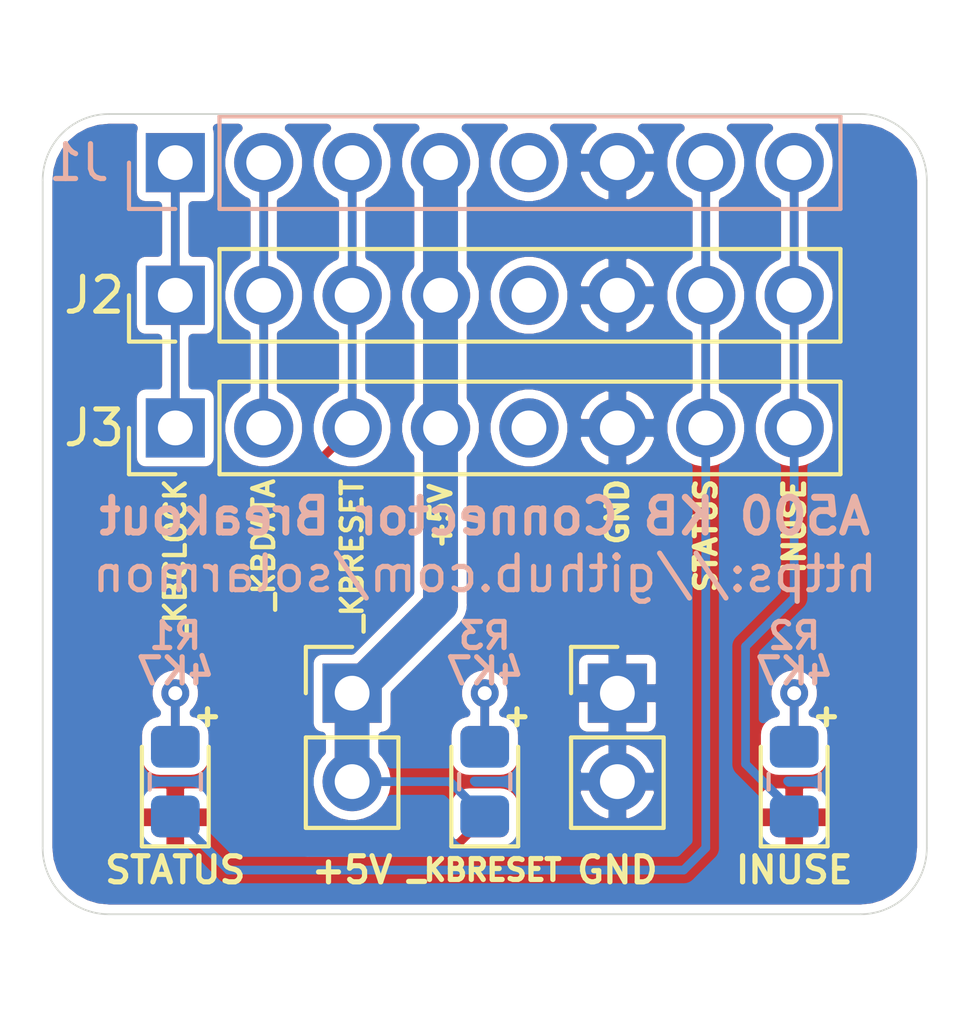
<source format=kicad_pcb>
(kicad_pcb (version 20171130) (host pcbnew "(5.1.9)-1")

  (general
    (thickness 1.6)
    (drawings 25)
    (tracks 51)
    (zones 0)
    (modules 11)
    (nets 14)
  )

  (page A4)
  (layers
    (0 F.Cu signal)
    (31 B.Cu signal)
    (32 B.Adhes user)
    (33 F.Adhes user)
    (34 B.Paste user)
    (35 F.Paste user)
    (36 B.SilkS user hide)
    (37 F.SilkS user)
    (38 B.Mask user)
    (39 F.Mask user)
    (40 Dwgs.User user)
    (41 Cmts.User user)
    (42 Eco1.User user)
    (43 Eco2.User user)
    (44 Edge.Cuts user)
    (45 Margin user)
    (46 B.CrtYd user)
    (47 F.CrtYd user)
    (48 B.Fab user)
    (49 F.Fab user)
  )

  (setup
    (last_trace_width 0.25)
    (user_trace_width 0.5)
    (user_trace_width 1)
    (trace_clearance 0.2)
    (zone_clearance 0.254)
    (zone_45_only no)
    (trace_min 0.2)
    (via_size 0.8)
    (via_drill 0.4)
    (via_min_size 0.4)
    (via_min_drill 0.3)
    (uvia_size 0.3)
    (uvia_drill 0.1)
    (uvias_allowed no)
    (uvia_min_size 0.2)
    (uvia_min_drill 0.1)
    (edge_width 0.05)
    (segment_width 0.2)
    (pcb_text_width 0.3)
    (pcb_text_size 1.5 1.5)
    (mod_edge_width 0.12)
    (mod_text_size 1 1)
    (mod_text_width 0.15)
    (pad_size 1.524 1.524)
    (pad_drill 0.762)
    (pad_to_mask_clearance 0)
    (aux_axis_origin 0 0)
    (visible_elements 7FFFFFFF)
    (pcbplotparams
      (layerselection 0x010fc_ffffffff)
      (usegerberextensions false)
      (usegerberattributes true)
      (usegerberadvancedattributes true)
      (creategerberjobfile true)
      (excludeedgelayer true)
      (linewidth 0.100000)
      (plotframeref false)
      (viasonmask false)
      (mode 1)
      (useauxorigin false)
      (hpglpennumber 1)
      (hpglpenspeed 20)
      (hpglpendiameter 15.000000)
      (psnegative false)
      (psa4output false)
      (plotreference true)
      (plotvalue true)
      (plotinvisibletext false)
      (padsonsilk false)
      (subtractmaskfromsilk false)
      (outputformat 1)
      (mirror false)
      (drillshape 0)
      (scaleselection 1)
      (outputdirectory "gerber"))
  )

  (net 0 "")
  (net 1 INUSE)
  (net 2 STATUS)
  (net 3 GND)
  (net 4 "Net-(J1-Pad5)")
  (net 5 +5V)
  (net 6 _KBRESET)
  (net 7 _KBDATA)
  (net 8 _KBCLOCK)
  (net 9 "Net-(J2-Pad5)")
  (net 10 "Net-(J3-Pad5)")
  (net 11 "Net-(D1-Pad2)")
  (net 12 "Net-(D2-Pad2)")
  (net 13 "Net-(D3-Pad2)")

  (net_class Default "This is the default net class."
    (clearance 0.2)
    (trace_width 0.25)
    (via_dia 0.8)
    (via_drill 0.4)
    (uvia_dia 0.3)
    (uvia_drill 0.1)
    (add_net +5V)
    (add_net GND)
    (add_net INUSE)
    (add_net "Net-(D1-Pad2)")
    (add_net "Net-(D2-Pad2)")
    (add_net "Net-(D3-Pad2)")
    (add_net "Net-(J1-Pad5)")
    (add_net "Net-(J2-Pad5)")
    (add_net "Net-(J3-Pad5)")
    (add_net STATUS)
    (add_net _KBCLOCK)
    (add_net _KBDATA)
    (add_net _KBRESET)
  )

  (module Resistor_SMD:R_0805_2012Metric_Pad1.20x1.40mm_HandSolder (layer B.Cu) (tedit 5F68FEEE) (tstamp 60751834)
    (at 148.59 99.06 90)
    (descr "Resistor SMD 0805 (2012 Metric), square (rectangular) end terminal, IPC_7351 nominal with elongated pad for handsoldering. (Body size source: IPC-SM-782 page 72, https://www.pcb-3d.com/wordpress/wp-content/uploads/ipc-sm-782a_amendment_1_and_2.pdf), generated with kicad-footprint-generator")
    (tags "resistor handsolder")
    (path /607A15F5)
    (attr smd)
    (fp_text reference R3 (at 4.191 0) (layer B.SilkS)
      (effects (font (size 0.75 0.75) (thickness 0.15)) (justify mirror))
    )
    (fp_text value 4K7 (at 3.175 0 180) (layer B.SilkS)
      (effects (font (size 0.75 0.75) (thickness 0.15)) (justify mirror))
    )
    (fp_line (start -1 -0.625) (end -1 0.625) (layer B.Fab) (width 0.1))
    (fp_line (start -1 0.625) (end 1 0.625) (layer B.Fab) (width 0.1))
    (fp_line (start 1 0.625) (end 1 -0.625) (layer B.Fab) (width 0.1))
    (fp_line (start 1 -0.625) (end -1 -0.625) (layer B.Fab) (width 0.1))
    (fp_line (start -0.227064 0.735) (end 0.227064 0.735) (layer B.SilkS) (width 0.12))
    (fp_line (start -0.227064 -0.735) (end 0.227064 -0.735) (layer B.SilkS) (width 0.12))
    (fp_line (start -1.85 -0.95) (end -1.85 0.95) (layer B.CrtYd) (width 0.05))
    (fp_line (start -1.85 0.95) (end 1.85 0.95) (layer B.CrtYd) (width 0.05))
    (fp_line (start 1.85 0.95) (end 1.85 -0.95) (layer B.CrtYd) (width 0.05))
    (fp_line (start 1.85 -0.95) (end -1.85 -0.95) (layer B.CrtYd) (width 0.05))
    (fp_text user %R (at 0 0 90) (layer B.Fab)
      (effects (font (size 0.5 0.5) (thickness 0.08)) (justify mirror))
    )
    (pad 2 smd roundrect (at 1 0 90) (size 1.2 1.4) (layers B.Cu B.Paste B.Mask) (roundrect_rratio 0.2083325)
      (net 13 "Net-(D3-Pad2)"))
    (pad 1 smd roundrect (at -1 0 90) (size 1.2 1.4) (layers B.Cu B.Paste B.Mask) (roundrect_rratio 0.2083325)
      (net 5 +5V))
    (model ${KISYS3DMOD}/Resistor_SMD.3dshapes/R_0805_2012Metric.wrl
      (at (xyz 0 0 0))
      (scale (xyz 1 1 1))
      (rotate (xyz 0 0 0))
    )
  )

  (module LED_SMD:LED_0805_2012Metric_Pad1.15x1.40mm_HandSolder (layer F.Cu) (tedit 5F68FEF1) (tstamp 607516ED)
    (at 148.59 99.06 90)
    (descr "LED SMD 0805 (2012 Metric), square (rectangular) end terminal, IPC_7351 nominal, (Body size source: https://docs.google.com/spreadsheets/d/1BsfQQcO9C6DZCsRaXUlFlo91Tg2WpOkGARC1WS5S8t0/edit?usp=sharing), generated with kicad-footprint-generator")
    (tags "LED handsolder")
    (path /607A1453)
    (attr smd)
    (fp_text reference D3 (at 0 -1.65 90) (layer F.SilkS) hide
      (effects (font (size 1 1) (thickness 0.15)))
    )
    (fp_text value LED (at 0 1.65 90) (layer F.Fab)
      (effects (font (size 1 1) (thickness 0.15)))
    )
    (fp_line (start 1 -0.6) (end -0.7 -0.6) (layer F.Fab) (width 0.1))
    (fp_line (start -0.7 -0.6) (end -1 -0.3) (layer F.Fab) (width 0.1))
    (fp_line (start -1 -0.3) (end -1 0.6) (layer F.Fab) (width 0.1))
    (fp_line (start -1 0.6) (end 1 0.6) (layer F.Fab) (width 0.1))
    (fp_line (start 1 0.6) (end 1 -0.6) (layer F.Fab) (width 0.1))
    (fp_line (start 1 -0.96) (end -1.86 -0.96) (layer F.SilkS) (width 0.12))
    (fp_line (start -1.86 -0.96) (end -1.86 0.96) (layer F.SilkS) (width 0.12))
    (fp_line (start -1.86 0.96) (end 1 0.96) (layer F.SilkS) (width 0.12))
    (fp_line (start -1.85 0.95) (end -1.85 -0.95) (layer F.CrtYd) (width 0.05))
    (fp_line (start -1.85 -0.95) (end 1.85 -0.95) (layer F.CrtYd) (width 0.05))
    (fp_line (start 1.85 -0.95) (end 1.85 0.95) (layer F.CrtYd) (width 0.05))
    (fp_line (start 1.85 0.95) (end -1.85 0.95) (layer F.CrtYd) (width 0.05))
    (fp_text user %R (at 0 0 90) (layer F.Fab)
      (effects (font (size 0.5 0.5) (thickness 0.08)))
    )
    (pad 2 smd roundrect (at 1.025 0 90) (size 1.15 1.4) (layers F.Cu F.Paste F.Mask) (roundrect_rratio 0.2173904347826087)
      (net 13 "Net-(D3-Pad2)"))
    (pad 1 smd roundrect (at -1.025 0 90) (size 1.15 1.4) (layers F.Cu F.Paste F.Mask) (roundrect_rratio 0.2173904347826087)
      (net 6 _KBRESET))
    (model ${KISYS3DMOD}/LED_SMD.3dshapes/LED_0805_2012Metric.wrl
      (at (xyz 0 0 0))
      (scale (xyz 1 1 1))
      (rotate (xyz 0 0 0))
    )
  )

  (module Resistor_SMD:R_0805_2012Metric_Pad1.20x1.40mm_HandSolder (layer B.Cu) (tedit 5F68FEEE) (tstamp 60742E72)
    (at 139.7 99.06 90)
    (descr "Resistor SMD 0805 (2012 Metric), square (rectangular) end terminal, IPC_7351 nominal with elongated pad for handsoldering. (Body size source: IPC-SM-782 page 72, https://www.pcb-3d.com/wordpress/wp-content/uploads/ipc-sm-782a_amendment_1_and_2.pdf), generated with kicad-footprint-generator")
    (tags "resistor handsolder")
    (path /60750275)
    (attr smd)
    (fp_text reference R1 (at 4.191 0 180) (layer B.SilkS)
      (effects (font (size 0.75 0.75) (thickness 0.15)) (justify mirror))
    )
    (fp_text value 4K7 (at 3.175 0 180) (layer B.SilkS)
      (effects (font (size 0.75 0.75) (thickness 0.15)) (justify mirror))
    )
    (fp_line (start -1 -0.625) (end -1 0.625) (layer B.Fab) (width 0.1))
    (fp_line (start -1 0.625) (end 1 0.625) (layer B.Fab) (width 0.1))
    (fp_line (start 1 0.625) (end 1 -0.625) (layer B.Fab) (width 0.1))
    (fp_line (start 1 -0.625) (end -1 -0.625) (layer B.Fab) (width 0.1))
    (fp_line (start -0.227064 0.735) (end 0.227064 0.735) (layer B.SilkS) (width 0.12))
    (fp_line (start -0.227064 -0.735) (end 0.227064 -0.735) (layer B.SilkS) (width 0.12))
    (fp_line (start -1.85 -0.95) (end -1.85 0.95) (layer B.CrtYd) (width 0.05))
    (fp_line (start -1.85 0.95) (end 1.85 0.95) (layer B.CrtYd) (width 0.05))
    (fp_line (start 1.85 0.95) (end 1.85 -0.95) (layer B.CrtYd) (width 0.05))
    (fp_line (start 1.85 -0.95) (end -1.85 -0.95) (layer B.CrtYd) (width 0.05))
    (fp_text user %R (at 0 0 90) (layer B.Fab)
      (effects (font (size 0.5 0.5) (thickness 0.08)) (justify mirror))
    )
    (pad 2 smd roundrect (at 1 0 90) (size 1.2 1.4) (layers B.Cu B.Paste B.Mask) (roundrect_rratio 0.2083325)
      (net 11 "Net-(D1-Pad2)"))
    (pad 1 smd roundrect (at -1 0 90) (size 1.2 1.4) (layers B.Cu B.Paste B.Mask) (roundrect_rratio 0.2083325)
      (net 2 STATUS))
    (model ${KISYS3DMOD}/Resistor_SMD.3dshapes/R_0805_2012Metric.wrl
      (at (xyz 0 0 0))
      (scale (xyz 1 1 1))
      (rotate (xyz 0 0 0))
    )
  )

  (module Connector_PinHeader_2.54mm:PinHeader_1x02_P2.54mm_Vertical (layer F.Cu) (tedit 59FED5CC) (tstamp 6074E664)
    (at 152.4 96.52)
    (descr "Through hole straight pin header, 1x02, 2.54mm pitch, single row")
    (tags "Through hole pin header THT 1x02 2.54mm single row")
    (path /6078655F)
    (fp_text reference P2 (at 0 -2.33) (layer F.SilkS) hide
      (effects (font (size 1 1) (thickness 0.15)))
    )
    (fp_text value Conn_01x02 (at 0 4.87) (layer F.Fab) hide
      (effects (font (size 1 1) (thickness 0.15)))
    )
    (fp_line (start -0.635 -1.27) (end 1.27 -1.27) (layer F.Fab) (width 0.1))
    (fp_line (start 1.27 -1.27) (end 1.27 3.81) (layer F.Fab) (width 0.1))
    (fp_line (start 1.27 3.81) (end -1.27 3.81) (layer F.Fab) (width 0.1))
    (fp_line (start -1.27 3.81) (end -1.27 -0.635) (layer F.Fab) (width 0.1))
    (fp_line (start -1.27 -0.635) (end -0.635 -1.27) (layer F.Fab) (width 0.1))
    (fp_line (start -1.33 3.87) (end 1.33 3.87) (layer F.SilkS) (width 0.12))
    (fp_line (start -1.33 1.27) (end -1.33 3.87) (layer F.SilkS) (width 0.12))
    (fp_line (start 1.33 1.27) (end 1.33 3.87) (layer F.SilkS) (width 0.12))
    (fp_line (start -1.33 1.27) (end 1.33 1.27) (layer F.SilkS) (width 0.12))
    (fp_line (start -1.33 0) (end -1.33 -1.33) (layer F.SilkS) (width 0.12))
    (fp_line (start -1.33 -1.33) (end 0 -1.33) (layer F.SilkS) (width 0.12))
    (fp_line (start -1.8 -1.8) (end -1.8 4.35) (layer F.CrtYd) (width 0.05))
    (fp_line (start -1.8 4.35) (end 1.8 4.35) (layer F.CrtYd) (width 0.05))
    (fp_line (start 1.8 4.35) (end 1.8 -1.8) (layer F.CrtYd) (width 0.05))
    (fp_line (start 1.8 -1.8) (end -1.8 -1.8) (layer F.CrtYd) (width 0.05))
    (fp_text user %R (at 2.54 1.27 90) (layer F.Fab)
      (effects (font (size 1 1) (thickness 0.15)))
    )
    (pad 2 thru_hole oval (at 0 2.54) (size 1.7 1.7) (drill 1) (layers *.Cu *.Mask)
      (net 3 GND))
    (pad 1 thru_hole rect (at 0 0) (size 1.7 1.7) (drill 1) (layers *.Cu *.Mask)
      (net 3 GND))
    (model ${KISYS3DMOD}/Connector_PinHeader_2.54mm.3dshapes/PinHeader_1x02_P2.54mm_Vertical.wrl
      (at (xyz 0 0 0))
      (scale (xyz 1 1 1))
      (rotate (xyz 0 0 0))
    )
  )

  (module Connector_PinHeader_2.54mm:PinHeader_1x02_P2.54mm_Vertical (layer F.Cu) (tedit 59FED5CC) (tstamp 6074E64E)
    (at 144.78 96.52)
    (descr "Through hole straight pin header, 1x02, 2.54mm pitch, single row")
    (tags "Through hole pin header THT 1x02 2.54mm single row")
    (path /60785DE8)
    (fp_text reference P1 (at 0 -2.33) (layer F.SilkS) hide
      (effects (font (size 1 1) (thickness 0.15)))
    )
    (fp_text value Conn_01x02 (at 0 4.87) (layer F.Fab) hide
      (effects (font (size 1 1) (thickness 0.15)))
    )
    (fp_line (start -0.635 -1.27) (end 1.27 -1.27) (layer F.Fab) (width 0.1))
    (fp_line (start 1.27 -1.27) (end 1.27 3.81) (layer F.Fab) (width 0.1))
    (fp_line (start 1.27 3.81) (end -1.27 3.81) (layer F.Fab) (width 0.1))
    (fp_line (start -1.27 3.81) (end -1.27 -0.635) (layer F.Fab) (width 0.1))
    (fp_line (start -1.27 -0.635) (end -0.635 -1.27) (layer F.Fab) (width 0.1))
    (fp_line (start -1.33 3.87) (end 1.33 3.87) (layer F.SilkS) (width 0.12))
    (fp_line (start -1.33 1.27) (end -1.33 3.87) (layer F.SilkS) (width 0.12))
    (fp_line (start 1.33 1.27) (end 1.33 3.87) (layer F.SilkS) (width 0.12))
    (fp_line (start -1.33 1.27) (end 1.33 1.27) (layer F.SilkS) (width 0.12))
    (fp_line (start -1.33 0) (end -1.33 -1.33) (layer F.SilkS) (width 0.12))
    (fp_line (start -1.33 -1.33) (end 0 -1.33) (layer F.SilkS) (width 0.12))
    (fp_line (start -1.8 -1.8) (end -1.8 4.35) (layer F.CrtYd) (width 0.05))
    (fp_line (start -1.8 4.35) (end 1.8 4.35) (layer F.CrtYd) (width 0.05))
    (fp_line (start 1.8 4.35) (end 1.8 -1.8) (layer F.CrtYd) (width 0.05))
    (fp_line (start 1.8 -1.8) (end -1.8 -1.8) (layer F.CrtYd) (width 0.05))
    (fp_text user %R (at 0 1.27 90) (layer F.Fab)
      (effects (font (size 1 1) (thickness 0.15)))
    )
    (pad 2 thru_hole oval (at 0 2.54) (size 1.7 1.7) (drill 1) (layers *.Cu *.Mask)
      (net 5 +5V))
    (pad 1 thru_hole rect (at 0 0) (size 1.7 1.7) (drill 1) (layers *.Cu *.Mask)
      (net 5 +5V))
    (model ${KISYS3DMOD}/Connector_PinHeader_2.54mm.3dshapes/PinHeader_1x02_P2.54mm_Vertical.wrl
      (at (xyz 0 0 0))
      (scale (xyz 1 1 1))
      (rotate (xyz 0 0 0))
    )
  )

  (module Resistor_SMD:R_0805_2012Metric_Pad1.20x1.40mm_HandSolder (layer B.Cu) (tedit 5F68FEEE) (tstamp 60742E83)
    (at 157.48 99.06 90)
    (descr "Resistor SMD 0805 (2012 Metric), square (rectangular) end terminal, IPC_7351 nominal with elongated pad for handsoldering. (Body size source: IPC-SM-782 page 72, https://www.pcb-3d.com/wordpress/wp-content/uploads/ipc-sm-782a_amendment_1_and_2.pdf), generated with kicad-footprint-generator")
    (tags "resistor handsolder")
    (path /60752934)
    (attr smd)
    (fp_text reference R2 (at 4.191 0 180) (layer B.SilkS)
      (effects (font (size 0.75 0.75) (thickness 0.15)) (justify mirror))
    )
    (fp_text value 4K7 (at 3.175 0 180) (layer B.SilkS)
      (effects (font (size 0.75 0.75) (thickness 0.15)) (justify mirror))
    )
    (fp_line (start -1 -0.625) (end -1 0.625) (layer B.Fab) (width 0.1))
    (fp_line (start -1 0.625) (end 1 0.625) (layer B.Fab) (width 0.1))
    (fp_line (start 1 0.625) (end 1 -0.625) (layer B.Fab) (width 0.1))
    (fp_line (start 1 -0.625) (end -1 -0.625) (layer B.Fab) (width 0.1))
    (fp_line (start -0.227064 0.735) (end 0.227064 0.735) (layer B.SilkS) (width 0.12))
    (fp_line (start -0.227064 -0.735) (end 0.227064 -0.735) (layer B.SilkS) (width 0.12))
    (fp_line (start -1.85 -0.95) (end -1.85 0.95) (layer B.CrtYd) (width 0.05))
    (fp_line (start -1.85 0.95) (end 1.85 0.95) (layer B.CrtYd) (width 0.05))
    (fp_line (start 1.85 0.95) (end 1.85 -0.95) (layer B.CrtYd) (width 0.05))
    (fp_line (start 1.85 -0.95) (end -1.85 -0.95) (layer B.CrtYd) (width 0.05))
    (fp_text user %R (at 0 0 90) (layer B.Fab)
      (effects (font (size 0.5 0.5) (thickness 0.08)) (justify mirror))
    )
    (pad 2 smd roundrect (at 1 0 90) (size 1.2 1.4) (layers B.Cu B.Paste B.Mask) (roundrect_rratio 0.2083325)
      (net 12 "Net-(D2-Pad2)"))
    (pad 1 smd roundrect (at -1 0 90) (size 1.2 1.4) (layers B.Cu B.Paste B.Mask) (roundrect_rratio 0.2083325)
      (net 1 INUSE))
    (model ${KISYS3DMOD}/Resistor_SMD.3dshapes/R_0805_2012Metric.wrl
      (at (xyz 0 0 0))
      (scale (xyz 1 1 1))
      (rotate (xyz 0 0 0))
    )
  )

  (module LED_SMD:LED_0805_2012Metric_Pad1.15x1.40mm_HandSolder (layer F.Cu) (tedit 5F68FEF1) (tstamp 60742DBF)
    (at 157.48 99.06 90)
    (descr "LED SMD 0805 (2012 Metric), square (rectangular) end terminal, IPC_7351 nominal, (Body size source: https://docs.google.com/spreadsheets/d/1BsfQQcO9C6DZCsRaXUlFlo91Tg2WpOkGARC1WS5S8t0/edit?usp=sharing), generated with kicad-footprint-generator")
    (tags "LED handsolder")
    (path /6075280A)
    (attr smd)
    (fp_text reference D2 (at 0 1.905 90) (layer F.SilkS) hide
      (effects (font (size 0.75 0.75) (thickness 0.15)))
    )
    (fp_text value LED (at 0 1.65 90) (layer F.Fab) hide
      (effects (font (size 1 1) (thickness 0.15)))
    )
    (fp_line (start 1 -0.6) (end -0.7 -0.6) (layer F.Fab) (width 0.1))
    (fp_line (start -0.7 -0.6) (end -1 -0.3) (layer F.Fab) (width 0.1))
    (fp_line (start -1 -0.3) (end -1 0.6) (layer F.Fab) (width 0.1))
    (fp_line (start -1 0.6) (end 1 0.6) (layer F.Fab) (width 0.1))
    (fp_line (start 1 0.6) (end 1 -0.6) (layer F.Fab) (width 0.1))
    (fp_line (start 1 -0.96) (end -1.86 -0.96) (layer F.SilkS) (width 0.12))
    (fp_line (start -1.86 -0.96) (end -1.86 0.96) (layer F.SilkS) (width 0.12))
    (fp_line (start -1.86 0.96) (end 1 0.96) (layer F.SilkS) (width 0.12))
    (fp_line (start -1.85 0.95) (end -1.85 -0.95) (layer F.CrtYd) (width 0.05))
    (fp_line (start -1.85 -0.95) (end 1.85 -0.95) (layer F.CrtYd) (width 0.05))
    (fp_line (start 1.85 -0.95) (end 1.85 0.95) (layer F.CrtYd) (width 0.05))
    (fp_line (start 1.85 0.95) (end -1.85 0.95) (layer F.CrtYd) (width 0.05))
    (fp_text user %R (at 0 0 90) (layer F.Fab)
      (effects (font (size 0.5 0.5) (thickness 0.08)))
    )
    (pad 2 smd roundrect (at 1.025 0 90) (size 1.15 1.4) (layers F.Cu F.Paste F.Mask) (roundrect_rratio 0.2173904347826087)
      (net 12 "Net-(D2-Pad2)"))
    (pad 1 smd roundrect (at -1.025 0 90) (size 1.15 1.4) (layers F.Cu F.Paste F.Mask) (roundrect_rratio 0.2173904347826087)
      (net 3 GND))
    (model ${KISYS3DMOD}/LED_SMD.3dshapes/LED_0805_2012Metric.wrl
      (at (xyz 0 0 0))
      (scale (xyz 1 1 1))
      (rotate (xyz 0 0 0))
    )
  )

  (module LED_SMD:LED_0805_2012Metric_Pad1.15x1.40mm_HandSolder (layer F.Cu) (tedit 5F68FEF1) (tstamp 60742DAC)
    (at 139.7 99.06 90)
    (descr "LED SMD 0805 (2012 Metric), square (rectangular) end terminal, IPC_7351 nominal, (Body size source: https://docs.google.com/spreadsheets/d/1BsfQQcO9C6DZCsRaXUlFlo91Tg2WpOkGARC1WS5S8t0/edit?usp=sharing), generated with kicad-footprint-generator")
    (tags "LED handsolder")
    (path /6074E9C1)
    (attr smd)
    (fp_text reference D1 (at 0 -1.905 90) (layer F.SilkS) hide
      (effects (font (size 0.75 0.75) (thickness 0.15)))
    )
    (fp_text value LED (at 0 1.65 90) (layer F.Fab) hide
      (effects (font (size 1 1) (thickness 0.15)))
    )
    (fp_line (start 1 -0.6) (end -0.7 -0.6) (layer F.Fab) (width 0.1))
    (fp_line (start -0.7 -0.6) (end -1 -0.3) (layer F.Fab) (width 0.1))
    (fp_line (start -1 -0.3) (end -1 0.6) (layer F.Fab) (width 0.1))
    (fp_line (start -1 0.6) (end 1 0.6) (layer F.Fab) (width 0.1))
    (fp_line (start 1 0.6) (end 1 -0.6) (layer F.Fab) (width 0.1))
    (fp_line (start 1 -0.96) (end -1.86 -0.96) (layer F.SilkS) (width 0.12))
    (fp_line (start -1.86 -0.96) (end -1.86 0.96) (layer F.SilkS) (width 0.12))
    (fp_line (start -1.86 0.96) (end 1 0.96) (layer F.SilkS) (width 0.12))
    (fp_line (start -1.85 0.95) (end -1.85 -0.95) (layer F.CrtYd) (width 0.05))
    (fp_line (start -1.85 -0.95) (end 1.85 -0.95) (layer F.CrtYd) (width 0.05))
    (fp_line (start 1.85 -0.95) (end 1.85 0.95) (layer F.CrtYd) (width 0.05))
    (fp_line (start 1.85 0.95) (end -1.85 0.95) (layer F.CrtYd) (width 0.05))
    (fp_text user %R (at 0 0 90) (layer F.Fab)
      (effects (font (size 0.5 0.5) (thickness 0.08)))
    )
    (pad 2 smd roundrect (at 1.025 0 90) (size 1.15 1.4) (layers F.Cu F.Paste F.Mask) (roundrect_rratio 0.2173904347826087)
      (net 11 "Net-(D1-Pad2)"))
    (pad 1 smd roundrect (at -1.025 0 90) (size 1.15 1.4) (layers F.Cu F.Paste F.Mask) (roundrect_rratio 0.2173904347826087)
      (net 3 GND))
    (model ${KISYS3DMOD}/LED_SMD.3dshapes/LED_0805_2012Metric.wrl
      (at (xyz 0 0 0))
      (scale (xyz 1 1 1))
      (rotate (xyz 0 0 0))
    )
  )

  (module Connector_PinHeader_2.54mm:PinHeader_1x08_P2.54mm_Vertical (layer F.Cu) (tedit 59FED5CC) (tstamp 60740FBE)
    (at 139.7 88.9 90)
    (descr "Through hole straight pin header, 1x08, 2.54mm pitch, single row")
    (tags "Through hole pin header THT 1x08 2.54mm single row")
    (path /60745FAD)
    (fp_text reference J3 (at 0 -2.33 180) (layer F.SilkS)
      (effects (font (size 1 1) (thickness 0.15)))
    )
    (fp_text value Conn_01x08 (at 0 20.11 90) (layer F.Fab)
      (effects (font (size 1 1) (thickness 0.15)))
    )
    (fp_line (start -0.635 -1.27) (end 1.27 -1.27) (layer F.Fab) (width 0.1))
    (fp_line (start 1.27 -1.27) (end 1.27 19.05) (layer F.Fab) (width 0.1))
    (fp_line (start 1.27 19.05) (end -1.27 19.05) (layer F.Fab) (width 0.1))
    (fp_line (start -1.27 19.05) (end -1.27 -0.635) (layer F.Fab) (width 0.1))
    (fp_line (start -1.27 -0.635) (end -0.635 -1.27) (layer F.Fab) (width 0.1))
    (fp_line (start -1.33 19.11) (end 1.33 19.11) (layer F.SilkS) (width 0.12))
    (fp_line (start -1.33 1.27) (end -1.33 19.11) (layer F.SilkS) (width 0.12))
    (fp_line (start 1.33 1.27) (end 1.33 19.11) (layer F.SilkS) (width 0.12))
    (fp_line (start -1.33 1.27) (end 1.33 1.27) (layer F.SilkS) (width 0.12))
    (fp_line (start -1.33 0) (end -1.33 -1.33) (layer F.SilkS) (width 0.12))
    (fp_line (start -1.33 -1.33) (end 0 -1.33) (layer F.SilkS) (width 0.12))
    (fp_line (start -1.8 -1.8) (end -1.8 19.55) (layer F.CrtYd) (width 0.05))
    (fp_line (start -1.8 19.55) (end 1.8 19.55) (layer F.CrtYd) (width 0.05))
    (fp_line (start 1.8 19.55) (end 1.8 -1.8) (layer F.CrtYd) (width 0.05))
    (fp_line (start 1.8 -1.8) (end -1.8 -1.8) (layer F.CrtYd) (width 0.05))
    (fp_text user %R (at 0 8.89) (layer F.Fab)
      (effects (font (size 1 1) (thickness 0.15)))
    )
    (pad 8 thru_hole oval (at 0 17.78 90) (size 1.7 1.7) (drill 1) (layers *.Cu *.Mask)
      (net 1 INUSE))
    (pad 7 thru_hole oval (at 0 15.24 90) (size 1.7 1.7) (drill 1) (layers *.Cu *.Mask)
      (net 2 STATUS))
    (pad 6 thru_hole oval (at 0 12.7 90) (size 1.7 1.7) (drill 1) (layers *.Cu *.Mask)
      (net 3 GND))
    (pad 5 thru_hole oval (at 0 10.16 90) (size 1.7 1.7) (drill 1) (layers *.Cu *.Mask)
      (net 10 "Net-(J3-Pad5)"))
    (pad 4 thru_hole oval (at 0 7.62 90) (size 1.7 1.7) (drill 1) (layers *.Cu *.Mask)
      (net 5 +5V))
    (pad 3 thru_hole oval (at 0 5.08 90) (size 1.7 1.7) (drill 1) (layers *.Cu *.Mask)
      (net 6 _KBRESET))
    (pad 2 thru_hole oval (at 0 2.54 90) (size 1.7 1.7) (drill 1) (layers *.Cu *.Mask)
      (net 7 _KBDATA))
    (pad 1 thru_hole rect (at 0 0 90) (size 1.7 1.7) (drill 1) (layers *.Cu *.Mask)
      (net 8 _KBCLOCK))
    (model ${KISYS3DMOD}/Connector_PinHeader_2.54mm.3dshapes/PinHeader_1x08_P2.54mm_Vertical.wrl
      (at (xyz 0 0 0))
      (scale (xyz 1 1 1))
      (rotate (xyz 0 0 0))
    )
  )

  (module Connector_PinHeader_2.54mm:PinHeader_1x08_P2.54mm_Vertical (layer F.Cu) (tedit 59FED5CC) (tstamp 60740FA2)
    (at 139.7 85.09 90)
    (descr "Through hole straight pin header, 1x08, 2.54mm pitch, single row")
    (tags "Through hole pin header THT 1x08 2.54mm single row")
    (path /60740A70)
    (fp_text reference J2 (at 0 -2.33 180) (layer F.SilkS)
      (effects (font (size 1 1) (thickness 0.15)))
    )
    (fp_text value Conn_01x08 (at 0 20.11 90) (layer F.Fab)
      (effects (font (size 1 1) (thickness 0.15)))
    )
    (fp_line (start -0.635 -1.27) (end 1.27 -1.27) (layer F.Fab) (width 0.1))
    (fp_line (start 1.27 -1.27) (end 1.27 19.05) (layer F.Fab) (width 0.1))
    (fp_line (start 1.27 19.05) (end -1.27 19.05) (layer F.Fab) (width 0.1))
    (fp_line (start -1.27 19.05) (end -1.27 -0.635) (layer F.Fab) (width 0.1))
    (fp_line (start -1.27 -0.635) (end -0.635 -1.27) (layer F.Fab) (width 0.1))
    (fp_line (start -1.33 19.11) (end 1.33 19.11) (layer F.SilkS) (width 0.12))
    (fp_line (start -1.33 1.27) (end -1.33 19.11) (layer F.SilkS) (width 0.12))
    (fp_line (start 1.33 1.27) (end 1.33 19.11) (layer F.SilkS) (width 0.12))
    (fp_line (start -1.33 1.27) (end 1.33 1.27) (layer F.SilkS) (width 0.12))
    (fp_line (start -1.33 0) (end -1.33 -1.33) (layer F.SilkS) (width 0.12))
    (fp_line (start -1.33 -1.33) (end 0 -1.33) (layer F.SilkS) (width 0.12))
    (fp_line (start -1.8 -1.8) (end -1.8 19.55) (layer F.CrtYd) (width 0.05))
    (fp_line (start -1.8 19.55) (end 1.8 19.55) (layer F.CrtYd) (width 0.05))
    (fp_line (start 1.8 19.55) (end 1.8 -1.8) (layer F.CrtYd) (width 0.05))
    (fp_line (start 1.8 -1.8) (end -1.8 -1.8) (layer F.CrtYd) (width 0.05))
    (fp_text user %R (at 0 8.89) (layer F.Fab)
      (effects (font (size 1 1) (thickness 0.15)))
    )
    (pad 8 thru_hole oval (at 0 17.78 90) (size 1.7 1.7) (drill 1) (layers *.Cu *.Mask)
      (net 1 INUSE))
    (pad 7 thru_hole oval (at 0 15.24 90) (size 1.7 1.7) (drill 1) (layers *.Cu *.Mask)
      (net 2 STATUS))
    (pad 6 thru_hole oval (at 0 12.7 90) (size 1.7 1.7) (drill 1) (layers *.Cu *.Mask)
      (net 3 GND))
    (pad 5 thru_hole oval (at 0 10.16 90) (size 1.7 1.7) (drill 1) (layers *.Cu *.Mask)
      (net 9 "Net-(J2-Pad5)"))
    (pad 4 thru_hole oval (at 0 7.62 90) (size 1.7 1.7) (drill 1) (layers *.Cu *.Mask)
      (net 5 +5V))
    (pad 3 thru_hole oval (at 0 5.08 90) (size 1.7 1.7) (drill 1) (layers *.Cu *.Mask)
      (net 6 _KBRESET))
    (pad 2 thru_hole oval (at 0 2.54 90) (size 1.7 1.7) (drill 1) (layers *.Cu *.Mask)
      (net 7 _KBDATA))
    (pad 1 thru_hole rect (at 0 0 90) (size 1.7 1.7) (drill 1) (layers *.Cu *.Mask)
      (net 8 _KBCLOCK))
    (model ${KISYS3DMOD}/Connector_PinHeader_2.54mm.3dshapes/PinHeader_1x08_P2.54mm_Vertical.wrl
      (at (xyz 0 0 0))
      (scale (xyz 1 1 1))
      (rotate (xyz 0 0 0))
    )
  )

  (module Connector_PinSocket_2.54mm:PinSocket_1x08_P2.54mm_Vertical (layer B.Cu) (tedit 5A19A420) (tstamp 60740F86)
    (at 139.7 81.28 270)
    (descr "Through hole straight socket strip, 1x08, 2.54mm pitch, single row (from Kicad 4.0.7), script generated")
    (tags "Through hole socket strip THT 1x08 2.54mm single row")
    (path /607485CB)
    (fp_text reference J1 (at 0 2.77) (layer B.SilkS)
      (effects (font (size 1 1) (thickness 0.15)) (justify mirror))
    )
    (fp_text value Conn_01x08 (at 0 -20.55 270) (layer B.Fab)
      (effects (font (size 1 1) (thickness 0.15)) (justify mirror))
    )
    (fp_line (start -1.27 1.27) (end 0.635 1.27) (layer B.Fab) (width 0.1))
    (fp_line (start 0.635 1.27) (end 1.27 0.635) (layer B.Fab) (width 0.1))
    (fp_line (start 1.27 0.635) (end 1.27 -19.05) (layer B.Fab) (width 0.1))
    (fp_line (start 1.27 -19.05) (end -1.27 -19.05) (layer B.Fab) (width 0.1))
    (fp_line (start -1.27 -19.05) (end -1.27 1.27) (layer B.Fab) (width 0.1))
    (fp_line (start -1.33 -1.27) (end 1.33 -1.27) (layer B.SilkS) (width 0.12))
    (fp_line (start -1.33 -1.27) (end -1.33 -19.11) (layer B.SilkS) (width 0.12))
    (fp_line (start -1.33 -19.11) (end 1.33 -19.11) (layer B.SilkS) (width 0.12))
    (fp_line (start 1.33 -1.27) (end 1.33 -19.11) (layer B.SilkS) (width 0.12))
    (fp_line (start 1.33 1.33) (end 1.33 0) (layer B.SilkS) (width 0.12))
    (fp_line (start 0 1.33) (end 1.33 1.33) (layer B.SilkS) (width 0.12))
    (fp_line (start -1.8 1.8) (end 1.75 1.8) (layer B.CrtYd) (width 0.05))
    (fp_line (start 1.75 1.8) (end 1.75 -19.55) (layer B.CrtYd) (width 0.05))
    (fp_line (start 1.75 -19.55) (end -1.8 -19.55) (layer B.CrtYd) (width 0.05))
    (fp_line (start -1.8 -19.55) (end -1.8 1.8) (layer B.CrtYd) (width 0.05))
    (fp_text user %R (at 0 -8.89) (layer B.Fab)
      (effects (font (size 1 1) (thickness 0.15)) (justify mirror))
    )
    (pad 8 thru_hole oval (at 0 -17.78 270) (size 1.7 1.7) (drill 1) (layers *.Cu *.Mask)
      (net 1 INUSE))
    (pad 7 thru_hole oval (at 0 -15.24 270) (size 1.7 1.7) (drill 1) (layers *.Cu *.Mask)
      (net 2 STATUS))
    (pad 6 thru_hole oval (at 0 -12.7 270) (size 1.7 1.7) (drill 1) (layers *.Cu *.Mask)
      (net 3 GND))
    (pad 5 thru_hole oval (at 0 -10.16 270) (size 1.7 1.7) (drill 1) (layers *.Cu *.Mask)
      (net 4 "Net-(J1-Pad5)"))
    (pad 4 thru_hole oval (at 0 -7.62 270) (size 1.7 1.7) (drill 1) (layers *.Cu *.Mask)
      (net 5 +5V))
    (pad 3 thru_hole oval (at 0 -5.08 270) (size 1.7 1.7) (drill 1) (layers *.Cu *.Mask)
      (net 6 _KBRESET))
    (pad 2 thru_hole oval (at 0 -2.54 270) (size 1.7 1.7) (drill 1) (layers *.Cu *.Mask)
      (net 7 _KBDATA))
    (pad 1 thru_hole rect (at 0 0 270) (size 1.7 1.7) (drill 1) (layers *.Cu *.Mask)
      (net 8 _KBCLOCK))
    (model ${KISYS3DMOD}/Connector_PinSocket_2.54mm.3dshapes/PinSocket_1x08_P2.54mm_Vertical.wrl
      (at (xyz 0 0 0))
      (scale (xyz 1 1 1))
      (rotate (xyz 0 0 0))
    )
  )

  (gr_text + (at 149.987 97.155) (layer F.SilkS) (tstamp 607529C6)
    (effects (font (size 0.6 0.6) (thickness 0.15)) (justify right))
  )
  (gr_text _KBRESET (at 148.59 101.6) (layer F.SilkS) (tstamp 607527C7)
    (effects (font (size 0.6 0.6) (thickness 0.15)))
  )
  (gr_text GND (at 152.4 101.6) (layer F.SilkS) (tstamp 6074F149)
    (effects (font (size 0.75 0.75) (thickness 0.15)))
  )
  (gr_text +5V (at 144.78 101.6) (layer F.SilkS) (tstamp 6074F146)
    (effects (font (size 0.75 0.75) (thickness 0.15)))
  )
  (gr_text https://github.com/solarmon (at 148.59 93.091) (layer B.SilkS) (tstamp 60746682)
    (effects (font (size 1 1) (thickness 0.15)) (justify mirror))
  )
  (gr_text "A500 KB Connector Breakout" (at 148.59 91.44) (layer B.SilkS) (tstamp 6074660C)
    (effects (font (size 1 1) (thickness 0.2)) (justify mirror))
  )
  (gr_text + (at 158.877 97.155) (layer F.SilkS) (tstamp 60744E97)
    (effects (font (size 0.6 0.6) (thickness 0.15)) (justify right))
  )
  (gr_text + (at 141.097 97.155) (layer F.SilkS) (tstamp 60744E90)
    (effects (font (size 0.6 0.6) (thickness 0.15)) (justify right))
  )
  (gr_arc (start 137.795 81.788) (end 137.795 79.883) (angle -90) (layer Edge.Cuts) (width 0.05) (tstamp 60744BE7))
  (gr_arc (start 137.795 100.965) (end 135.89 100.965) (angle -90) (layer Edge.Cuts) (width 0.05) (tstamp 60744BDD))
  (gr_arc (start 159.385 100.965) (end 159.385 102.87) (angle -90) (layer Edge.Cuts) (width 0.05) (tstamp 60744BD0))
  (gr_arc (start 159.385 81.788) (end 161.29 81.788) (angle -90) (layer Edge.Cuts) (width 0.05))
  (gr_line (start 135.89 100.965) (end 135.89 81.788) (layer Edge.Cuts) (width 0.05) (tstamp 60744884))
  (gr_line (start 159.385 102.87) (end 137.795 102.87) (layer Edge.Cuts) (width 0.05))
  (gr_line (start 161.29 81.788) (end 161.29 100.965) (layer Edge.Cuts) (width 0.05))
  (gr_line (start 137.795 79.883) (end 159.385 79.883) (layer Edge.Cuts) (width 0.05))
  (gr_text INUSE (at 157.48 90.297 90) (layer F.SilkS) (tstamp 60744716)
    (effects (font (size 0.6 0.6) (thickness 0.15)) (justify right))
  )
  (gr_text STATUS (at 154.94 90.297 90) (layer F.SilkS) (tstamp 60744713)
    (effects (font (size 0.6 0.6) (thickness 0.15)) (justify right))
  )
  (gr_text GND (at 152.4 90.297 90) (layer F.SilkS) (tstamp 607446A2)
    (effects (font (size 0.6 0.6) (thickness 0.15)) (justify right))
  )
  (gr_text +5V (at 147.32 90.424 90) (layer F.SilkS) (tstamp 6074469F)
    (effects (font (size 0.6 0.6) (thickness 0.15)) (justify right))
  )
  (gr_text _KBRESET (at 144.78 90.297 90) (layer F.SilkS) (tstamp 6074469C)
    (effects (font (size 0.6 0.6) (thickness 0.125)) (justify right))
  )
  (gr_text _KBDATA (at 142.24 90.297 90) (layer F.SilkS) (tstamp 60744699)
    (effects (font (size 0.6 0.6) (thickness 0.125)) (justify right))
  )
  (gr_text _KBCLOCK (at 139.7 90.297 90) (layer F.SilkS) (tstamp 607445DD)
    (effects (font (size 0.6 0.6) (thickness 0.125)) (justify right))
  )
  (gr_text INUSE (at 157.48 101.6) (layer F.SilkS) (tstamp 60743D22)
    (effects (font (size 0.75 0.75) (thickness 0.15)))
  )
  (gr_text STATUS (at 139.7 101.6) (layer F.SilkS)
    (effects (font (size 0.75 0.75) (thickness 0.15)))
  )

  (segment (start 157.48 86.36) (end 157.48 88.9) (width 0.25) (layer B.Cu) (net 1))
  (segment (start 157.48 82.042) (end 157.48 86.36) (width 0.25) (layer B.Cu) (net 1))
  (segment (start 157.48 82.042) (end 157.48 88.9) (width 0.25) (layer F.Cu) (net 1))
  (segment (start 156.083 98.552) (end 157.48 99.949) (width 0.25) (layer B.Cu) (net 1))
  (segment (start 156.083 95.175595) (end 156.083 98.552) (width 0.25) (layer B.Cu) (net 1))
  (segment (start 157.48 93.778595) (end 156.083 95.175595) (width 0.25) (layer B.Cu) (net 1))
  (segment (start 157.48 88.9) (end 157.48 93.778595) (width 0.25) (layer B.Cu) (net 1))
  (segment (start 154.94 86.36) (end 154.94 88.9) (width 0.25) (layer B.Cu) (net 2))
  (segment (start 154.94 82.042) (end 154.94 86.36) (width 0.25) (layer B.Cu) (net 2))
  (segment (start 154.94 82.042) (end 154.94 88.9) (width 0.25) (layer F.Cu) (net 2))
  (segment (start 141.224 101.6) (end 139.7 100.076) (width 0.25) (layer B.Cu) (net 2))
  (segment (start 154.305 101.6) (end 141.224 101.6) (width 0.25) (layer B.Cu) (net 2))
  (segment (start 154.94 100.965) (end 154.305 101.6) (width 0.25) (layer B.Cu) (net 2))
  (segment (start 154.94 88.9) (end 154.94 100.965) (width 0.25) (layer B.Cu) (net 2))
  (segment (start 147.32 86.36) (end 147.32 88.9) (width 1) (layer B.Cu) (net 5))
  (segment (start 147.32 82.042) (end 147.32 86.36) (width 1) (layer B.Cu) (net 5))
  (segment (start 147.32 82.042) (end 147.32 88.9) (width 1) (layer F.Cu) (net 5))
  (segment (start 146.685 94.615) (end 144.78 96.52) (width 1) (layer F.Cu) (net 5))
  (segment (start 147.32 93.98) (end 146.685 94.615) (width 1) (layer F.Cu) (net 5))
  (segment (start 147.32 88.9) (end 147.32 93.98) (width 1) (layer F.Cu) (net 5))
  (segment (start 147.32 89.789) (end 147.32 88.9) (width 1) (layer B.Cu) (net 5))
  (segment (start 147.32 93.98) (end 147.32 89.789) (width 1) (layer B.Cu) (net 5))
  (segment (start 144.78 96.52) (end 147.32 93.98) (width 1) (layer B.Cu) (net 5))
  (segment (start 144.78 96.52) (end 144.78 99.06) (width 1) (layer F.Cu) (net 5))
  (segment (start 144.78 99.06) (end 144.78 96.52) (width 1) (layer B.Cu) (net 5))
  (segment (start 147.59 99.06) (end 148.59 100.06) (width 0.25) (layer B.Cu) (net 5))
  (segment (start 144.78 99.06) (end 147.59 99.06) (width 0.25) (layer B.Cu) (net 5))
  (segment (start 144.78 86.36) (end 144.78 88.9) (width 0.25) (layer B.Cu) (net 6))
  (segment (start 144.78 82.042) (end 144.78 86.36) (width 0.25) (layer B.Cu) (net 6))
  (segment (start 144.78 82.042) (end 144.78 88.9) (width 0.25) (layer F.Cu) (net 6))
  (segment (start 147.837 100.838) (end 148.59 100.085) (width 0.25) (layer F.Cu) (net 6))
  (segment (start 143.51 100.838) (end 147.837 100.838) (width 0.25) (layer F.Cu) (net 6))
  (segment (start 143.002 100.33) (end 143.51 100.838) (width 0.25) (layer F.Cu) (net 6))
  (segment (start 143.002 90.678) (end 143.002 100.33) (width 0.25) (layer F.Cu) (net 6))
  (segment (start 144.78 88.9) (end 143.002 90.678) (width 0.25) (layer F.Cu) (net 6))
  (segment (start 142.24 86.36) (end 142.24 88.9) (width 0.25) (layer B.Cu) (net 7))
  (segment (start 142.24 82.042) (end 142.24 86.36) (width 0.25) (layer B.Cu) (net 7))
  (segment (start 142.24 82.042) (end 142.24 88.9) (width 0.25) (layer F.Cu) (net 7))
  (segment (start 139.7 86.36) (end 139.7 88.9) (width 0.25) (layer B.Cu) (net 8))
  (segment (start 139.7 82.042) (end 139.7 86.36) (width 0.25) (layer B.Cu) (net 8))
  (segment (start 139.7 82.042) (end 139.7 88.9) (width 0.25) (layer F.Cu) (net 8))
  (via (at 139.7 96.52) (size 0.8) (drill 0.4) (layers F.Cu B.Cu) (net 11))
  (segment (start 139.7 98.035) (end 139.7 96.52) (width 0.25) (layer F.Cu) (net 11))
  (segment (start 139.7 98.035) (end 139.7 96.52) (width 0.25) (layer B.Cu) (net 11))
  (via (at 157.48 96.52) (size 0.8) (drill 0.4) (layers F.Cu B.Cu) (net 12))
  (segment (start 157.48 98.035) (end 157.48 96.52) (width 0.25) (layer F.Cu) (net 12))
  (segment (start 157.48 98.035) (end 157.48 96.52) (width 0.25) (layer B.Cu) (net 12))
  (segment (start 148.345 98.035) (end 148.59 98.035) (width 0.25) (layer F.Cu) (net 13))
  (via (at 148.59 96.520006) (size 0.8) (drill 0.4) (layers F.Cu B.Cu) (net 13))
  (segment (start 148.59 98.06) (end 148.59 96.520006) (width 0.25) (layer B.Cu) (net 13))
  (segment (start 148.59 98.035) (end 148.59 96.520006) (width 0.25) (layer F.Cu) (net 13))

  (zone (net 3) (net_name GND) (layer F.Cu) (tstamp 6079A43A) (hatch edge 0.508)
    (connect_pads (clearance 0.254))
    (min_thickness 0.254)
    (fill yes (arc_segments 32) (thermal_gap 0.254) (thermal_bridge_width 0.508) (smoothing fillet) (radius 0.5))
    (polygon
      (pts
        (xy 161.925 106.045) (xy 135.255 106.045) (xy 135.255 78.74) (xy 161.925 78.74)
      )
    )
    (filled_polygon
      (pts
        (xy 138.474513 80.355311) (xy 138.467157 80.43) (xy 138.467157 82.13) (xy 138.474513 82.204689) (xy 138.496299 82.276508)
        (xy 138.531678 82.342696) (xy 138.579289 82.400711) (xy 138.637304 82.448322) (xy 138.703492 82.483701) (xy 138.775311 82.505487)
        (xy 138.85 82.512843) (xy 139.194 82.512843) (xy 139.194 83.857157) (xy 138.85 83.857157) (xy 138.775311 83.864513)
        (xy 138.703492 83.886299) (xy 138.637304 83.921678) (xy 138.579289 83.969289) (xy 138.531678 84.027304) (xy 138.496299 84.093492)
        (xy 138.474513 84.165311) (xy 138.467157 84.24) (xy 138.467157 85.94) (xy 138.474513 86.014689) (xy 138.496299 86.086508)
        (xy 138.531678 86.152696) (xy 138.579289 86.210711) (xy 138.637304 86.258322) (xy 138.703492 86.293701) (xy 138.775311 86.315487)
        (xy 138.85 86.322843) (xy 139.194001 86.322843) (xy 139.194001 87.667157) (xy 138.85 87.667157) (xy 138.775311 87.674513)
        (xy 138.703492 87.696299) (xy 138.637304 87.731678) (xy 138.579289 87.779289) (xy 138.531678 87.837304) (xy 138.496299 87.903492)
        (xy 138.474513 87.975311) (xy 138.467157 88.05) (xy 138.467157 89.75) (xy 138.474513 89.824689) (xy 138.496299 89.896508)
        (xy 138.531678 89.962696) (xy 138.579289 90.020711) (xy 138.637304 90.068322) (xy 138.703492 90.103701) (xy 138.775311 90.125487)
        (xy 138.85 90.132843) (xy 140.55 90.132843) (xy 140.624689 90.125487) (xy 140.696508 90.103701) (xy 140.762696 90.068322)
        (xy 140.820711 90.020711) (xy 140.868322 89.962696) (xy 140.903701 89.896508) (xy 140.925487 89.824689) (xy 140.932843 89.75)
        (xy 140.932843 88.05) (xy 140.925487 87.975311) (xy 140.903701 87.903492) (xy 140.868322 87.837304) (xy 140.820711 87.779289)
        (xy 140.762696 87.731678) (xy 140.696508 87.696299) (xy 140.624689 87.674513) (xy 140.55 87.667157) (xy 140.206 87.667157)
        (xy 140.206 86.322843) (xy 140.55 86.322843) (xy 140.624689 86.315487) (xy 140.696508 86.293701) (xy 140.762696 86.258322)
        (xy 140.820711 86.210711) (xy 140.868322 86.152696) (xy 140.903701 86.086508) (xy 140.925487 86.014689) (xy 140.932843 85.94)
        (xy 140.932843 84.24) (xy 140.925487 84.165311) (xy 140.903701 84.093492) (xy 140.868322 84.027304) (xy 140.820711 83.969289)
        (xy 140.762696 83.921678) (xy 140.696508 83.886299) (xy 140.624689 83.864513) (xy 140.55 83.857157) (xy 140.206 83.857157)
        (xy 140.206 82.512843) (xy 140.55 82.512843) (xy 140.624689 82.505487) (xy 140.696508 82.483701) (xy 140.762696 82.448322)
        (xy 140.820711 82.400711) (xy 140.868322 82.342696) (xy 140.903701 82.276508) (xy 140.925487 82.204689) (xy 140.932843 82.13)
        (xy 140.932843 80.43) (xy 140.925487 80.355311) (xy 140.905372 80.289) (xy 141.507395 80.289) (xy 141.455283 80.32382)
        (xy 141.28382 80.495283) (xy 141.149102 80.696903) (xy 141.056307 80.920931) (xy 141.009 81.158757) (xy 141.009 81.401243)
        (xy 141.056307 81.639069) (xy 141.149102 81.863097) (xy 141.28382 82.064717) (xy 141.455283 82.23618) (xy 141.656903 82.370898)
        (xy 141.734 82.402832) (xy 141.734 83.967167) (xy 141.656903 83.999102) (xy 141.455283 84.13382) (xy 141.28382 84.305283)
        (xy 141.149102 84.506903) (xy 141.056307 84.730931) (xy 141.009 84.968757) (xy 141.009 85.211243) (xy 141.056307 85.449069)
        (xy 141.149102 85.673097) (xy 141.28382 85.874717) (xy 141.455283 86.04618) (xy 141.656903 86.180898) (xy 141.734001 86.212833)
        (xy 141.734001 87.777167) (xy 141.656903 87.809102) (xy 141.455283 87.94382) (xy 141.28382 88.115283) (xy 141.149102 88.316903)
        (xy 141.056307 88.540931) (xy 141.009 88.778757) (xy 141.009 89.021243) (xy 141.056307 89.259069) (xy 141.149102 89.483097)
        (xy 141.28382 89.684717) (xy 141.455283 89.85618) (xy 141.656903 89.990898) (xy 141.880931 90.083693) (xy 142.118757 90.131)
        (xy 142.361243 90.131) (xy 142.599069 90.083693) (xy 142.823097 89.990898) (xy 143.024717 89.85618) (xy 143.19618 89.684717)
        (xy 143.330898 89.483097) (xy 143.423693 89.259069) (xy 143.471 89.021243) (xy 143.471 88.778757) (xy 143.423693 88.540931)
        (xy 143.330898 88.316903) (xy 143.19618 88.115283) (xy 143.024717 87.94382) (xy 142.823097 87.809102) (xy 142.746 87.777168)
        (xy 142.746 86.212832) (xy 142.823097 86.180898) (xy 143.024717 86.04618) (xy 143.19618 85.874717) (xy 143.330898 85.673097)
        (xy 143.423693 85.449069) (xy 143.471 85.211243) (xy 143.471 84.968757) (xy 143.423693 84.730931) (xy 143.330898 84.506903)
        (xy 143.19618 84.305283) (xy 143.024717 84.13382) (xy 142.823097 83.999102) (xy 142.746 83.967168) (xy 142.746 82.402832)
        (xy 142.823097 82.370898) (xy 143.024717 82.23618) (xy 143.19618 82.064717) (xy 143.330898 81.863097) (xy 143.423693 81.639069)
        (xy 143.471 81.401243) (xy 143.471 81.158757) (xy 143.423693 80.920931) (xy 143.330898 80.696903) (xy 143.19618 80.495283)
        (xy 143.024717 80.32382) (xy 142.972605 80.289) (xy 144.047395 80.289) (xy 143.995283 80.32382) (xy 143.82382 80.495283)
        (xy 143.689102 80.696903) (xy 143.596307 80.920931) (xy 143.549 81.158757) (xy 143.549 81.401243) (xy 143.596307 81.639069)
        (xy 143.689102 81.863097) (xy 143.82382 82.064717) (xy 143.995283 82.23618) (xy 144.196903 82.370898) (xy 144.274 82.402832)
        (xy 144.274 83.967167) (xy 144.196903 83.999102) (xy 143.995283 84.13382) (xy 143.82382 84.305283) (xy 143.689102 84.506903)
        (xy 143.596307 84.730931) (xy 143.549 84.968757) (xy 143.549 85.211243) (xy 143.596307 85.449069) (xy 143.689102 85.673097)
        (xy 143.82382 85.874717) (xy 143.995283 86.04618) (xy 144.196903 86.180898) (xy 144.274001 86.212833) (xy 144.274001 87.777167)
        (xy 144.196903 87.809102) (xy 143.995283 87.94382) (xy 143.82382 88.115283) (xy 143.689102 88.316903) (xy 143.596307 88.540931)
        (xy 143.549 88.778757) (xy 143.549 89.021243) (xy 143.596307 89.259069) (xy 143.628242 89.336167) (xy 142.661785 90.302624)
        (xy 142.642473 90.318473) (xy 142.579241 90.395521) (xy 142.532255 90.483426) (xy 142.503322 90.578808) (xy 142.496 90.653147)
        (xy 142.496 90.653154) (xy 142.493553 90.678) (xy 142.496 90.702846) (xy 142.496001 100.305144) (xy 142.493553 100.33)
        (xy 142.503322 100.429192) (xy 142.532255 100.524574) (xy 142.532256 100.524575) (xy 142.579242 100.612479) (xy 142.642474 100.689527)
        (xy 142.66178 100.705371) (xy 143.134628 101.17822) (xy 143.150473 101.197527) (xy 143.227521 101.260759) (xy 143.315425 101.307745)
        (xy 143.388607 101.329944) (xy 143.410806 101.336678) (xy 143.420694 101.337652) (xy 143.485146 101.344) (xy 143.485153 101.344)
        (xy 143.509999 101.346447) (xy 143.534845 101.344) (xy 147.812154 101.344) (xy 147.837 101.346447) (xy 147.861846 101.344)
        (xy 147.861854 101.344) (xy 147.936193 101.336678) (xy 148.031575 101.307745) (xy 148.119479 101.260759) (xy 148.196527 101.197527)
        (xy 148.212376 101.178215) (xy 148.347748 101.042843) (xy 149.040001 101.042843) (xy 149.163462 101.030683) (xy 149.282179 100.994671)
        (xy 149.391589 100.93619) (xy 149.487488 100.857488) (xy 149.56619 100.761589) (xy 149.62049 100.66) (xy 156.397157 100.66)
        (xy 156.404513 100.734689) (xy 156.426299 100.806508) (xy 156.461678 100.872696) (xy 156.509289 100.930711) (xy 156.567304 100.978322)
        (xy 156.633492 101.013701) (xy 156.705311 101.035487) (xy 156.78 101.042843) (xy 157.25775 101.041) (xy 157.353 100.94575)
        (xy 157.353 100.212) (xy 157.607 100.212) (xy 157.607 100.94575) (xy 157.70225 101.041) (xy 158.18 101.042843)
        (xy 158.254689 101.035487) (xy 158.326508 101.013701) (xy 158.392696 100.978322) (xy 158.450711 100.930711) (xy 158.498322 100.872696)
        (xy 158.533701 100.806508) (xy 158.555487 100.734689) (xy 158.562843 100.66) (xy 158.561 100.30725) (xy 158.46575 100.212)
        (xy 157.607 100.212) (xy 157.353 100.212) (xy 156.49425 100.212) (xy 156.399 100.30725) (xy 156.397157 100.66)
        (xy 149.62049 100.66) (xy 149.624671 100.652179) (xy 149.660683 100.533462) (xy 149.672843 100.410001) (xy 149.672843 99.759999)
        (xy 149.660683 99.636538) (xy 149.624671 99.517821) (xy 149.56619 99.408411) (xy 149.540396 99.37698) (xy 151.210511 99.37698)
        (xy 151.234866 99.457288) (xy 151.334761 99.676961) (xy 151.475592 99.872924) (xy 151.651948 100.037647) (xy 151.857051 100.164799)
        (xy 152.083019 100.249495) (xy 152.273 100.189187) (xy 152.273 99.187) (xy 152.527 99.187) (xy 152.527 100.189187)
        (xy 152.716981 100.249495) (xy 152.942949 100.164799) (xy 153.148052 100.037647) (xy 153.324408 99.872924) (xy 153.465239 99.676961)
        (xy 153.541163 99.51) (xy 156.397157 99.51) (xy 156.399 99.86275) (xy 156.49425 99.958) (xy 157.353 99.958)
        (xy 157.353 99.22425) (xy 157.607 99.22425) (xy 157.607 99.958) (xy 158.46575 99.958) (xy 158.561 99.86275)
        (xy 158.562843 99.51) (xy 158.555487 99.435311) (xy 158.533701 99.363492) (xy 158.498322 99.297304) (xy 158.450711 99.239289)
        (xy 158.392696 99.191678) (xy 158.326508 99.156299) (xy 158.254689 99.134513) (xy 158.18 99.127157) (xy 157.70225 99.129)
        (xy 157.607 99.22425) (xy 157.353 99.22425) (xy 157.25775 99.129) (xy 156.78 99.127157) (xy 156.705311 99.134513)
        (xy 156.633492 99.156299) (xy 156.567304 99.191678) (xy 156.509289 99.239289) (xy 156.461678 99.297304) (xy 156.426299 99.363492)
        (xy 156.404513 99.435311) (xy 156.397157 99.51) (xy 153.541163 99.51) (xy 153.565134 99.457288) (xy 153.589489 99.37698)
        (xy 153.528627 99.187) (xy 152.527 99.187) (xy 152.273 99.187) (xy 151.271373 99.187) (xy 151.210511 99.37698)
        (xy 149.540396 99.37698) (xy 149.487488 99.312512) (xy 149.391589 99.23381) (xy 149.282179 99.175329) (xy 149.163462 99.139317)
        (xy 149.040001 99.127157) (xy 148.139999 99.127157) (xy 148.016538 99.139317) (xy 147.897821 99.175329) (xy 147.788411 99.23381)
        (xy 147.692512 99.312512) (xy 147.61381 99.408411) (xy 147.555329 99.517821) (xy 147.519317 99.636538) (xy 147.507157 99.759999)
        (xy 147.507157 100.332) (xy 143.719592 100.332) (xy 143.508 100.120409) (xy 143.508 90.887591) (xy 144.343833 90.051758)
        (xy 144.420931 90.083693) (xy 144.658757 90.131) (xy 144.901243 90.131) (xy 145.139069 90.083693) (xy 145.363097 89.990898)
        (xy 145.564717 89.85618) (xy 145.73618 89.684717) (xy 145.870898 89.483097) (xy 145.963693 89.259069) (xy 146.011 89.021243)
        (xy 146.011 88.778757) (xy 145.963693 88.540931) (xy 145.870898 88.316903) (xy 145.73618 88.115283) (xy 145.564717 87.94382)
        (xy 145.363097 87.809102) (xy 145.286 87.777168) (xy 145.286 86.212832) (xy 145.363097 86.180898) (xy 145.564717 86.04618)
        (xy 145.73618 85.874717) (xy 145.870898 85.673097) (xy 145.963693 85.449069) (xy 146.011 85.211243) (xy 146.011 84.968757)
        (xy 145.963693 84.730931) (xy 145.870898 84.506903) (xy 145.73618 84.305283) (xy 145.564717 84.13382) (xy 145.363097 83.999102)
        (xy 145.286 83.967168) (xy 145.286 82.402832) (xy 145.363097 82.370898) (xy 145.564717 82.23618) (xy 145.73618 82.064717)
        (xy 145.870898 81.863097) (xy 145.963693 81.639069) (xy 146.011 81.401243) (xy 146.011 81.158757) (xy 145.963693 80.920931)
        (xy 145.870898 80.696903) (xy 145.73618 80.495283) (xy 145.564717 80.32382) (xy 145.512605 80.289) (xy 146.587395 80.289)
        (xy 146.535283 80.32382) (xy 146.36382 80.495283) (xy 146.229102 80.696903) (xy 146.136307 80.920931) (xy 146.089 81.158757)
        (xy 146.089 81.401243) (xy 146.136307 81.639069) (xy 146.229102 81.863097) (xy 146.36382 82.064717) (xy 146.439 82.139897)
        (xy 146.439 84.230103) (xy 146.36382 84.305283) (xy 146.229102 84.506903) (xy 146.136307 84.730931) (xy 146.089 84.968757)
        (xy 146.089 85.211243) (xy 146.136307 85.449069) (xy 146.229102 85.673097) (xy 146.36382 85.874717) (xy 146.439001 85.949898)
        (xy 146.439001 88.040102) (xy 146.36382 88.115283) (xy 146.229102 88.316903) (xy 146.136307 88.540931) (xy 146.089 88.778757)
        (xy 146.089 89.021243) (xy 146.136307 89.259069) (xy 146.229102 89.483097) (xy 146.36382 89.684717) (xy 146.439 89.759897)
        (xy 146.439001 93.615077) (xy 146.092642 93.961437) (xy 146.092637 93.961441) (xy 144.766922 95.287157) (xy 143.93 95.287157)
        (xy 143.855311 95.294513) (xy 143.783492 95.316299) (xy 143.717304 95.351678) (xy 143.659289 95.399289) (xy 143.611678 95.457304)
        (xy 143.576299 95.523492) (xy 143.554513 95.595311) (xy 143.547157 95.67) (xy 143.547157 97.37) (xy 143.554513 97.444689)
        (xy 143.576299 97.516508) (xy 143.611678 97.582696) (xy 143.659289 97.640711) (xy 143.717304 97.688322) (xy 143.783492 97.723701)
        (xy 143.855311 97.745487) (xy 143.899 97.74979) (xy 143.899001 98.200102) (xy 143.82382 98.275283) (xy 143.689102 98.476903)
        (xy 143.596307 98.700931) (xy 143.549 98.938757) (xy 143.549 99.181243) (xy 143.596307 99.419069) (xy 143.689102 99.643097)
        (xy 143.82382 99.844717) (xy 143.995283 100.01618) (xy 144.196903 100.150898) (xy 144.420931 100.243693) (xy 144.658757 100.291)
        (xy 144.901243 100.291) (xy 145.139069 100.243693) (xy 145.363097 100.150898) (xy 145.564717 100.01618) (xy 145.73618 99.844717)
        (xy 145.870898 99.643097) (xy 145.963693 99.419069) (xy 146.011 99.181243) (xy 146.011 98.938757) (xy 145.963693 98.700931)
        (xy 145.870898 98.476903) (xy 145.73618 98.275283) (xy 145.661 98.200103) (xy 145.661 97.74979) (xy 145.704689 97.745487)
        (xy 145.776508 97.723701) (xy 145.802142 97.709999) (xy 147.507157 97.709999) (xy 147.507157 98.360001) (xy 147.519317 98.483462)
        (xy 147.555329 98.602179) (xy 147.61381 98.711589) (xy 147.692512 98.807488) (xy 147.788411 98.88619) (xy 147.897821 98.944671)
        (xy 148.016538 98.980683) (xy 148.139999 98.992843) (xy 149.040001 98.992843) (xy 149.163462 98.980683) (xy 149.282179 98.944671)
        (xy 149.391589 98.88619) (xy 149.487488 98.807488) (xy 149.540395 98.74302) (xy 151.210511 98.74302) (xy 151.271373 98.933)
        (xy 152.273 98.933) (xy 152.273 97.930813) (xy 152.527 97.930813) (xy 152.527 98.933) (xy 153.528627 98.933)
        (xy 153.589489 98.74302) (xy 153.565134 98.662712) (xy 153.465239 98.443039) (xy 153.324408 98.247076) (xy 153.148052 98.082353)
        (xy 152.942949 97.955201) (xy 152.716981 97.870505) (xy 152.527 97.930813) (xy 152.273 97.930813) (xy 152.083019 97.870505)
        (xy 151.857051 97.955201) (xy 151.651948 98.082353) (xy 151.475592 98.247076) (xy 151.334761 98.443039) (xy 151.234866 98.662712)
        (xy 151.210511 98.74302) (xy 149.540395 98.74302) (xy 149.56619 98.711589) (xy 149.624671 98.602179) (xy 149.660683 98.483462)
        (xy 149.672843 98.360001) (xy 149.672843 97.709999) (xy 149.660683 97.586538) (xy 149.624671 97.467821) (xy 149.572385 97.37)
        (xy 151.167157 97.37) (xy 151.174513 97.444689) (xy 151.196299 97.516508) (xy 151.231678 97.582696) (xy 151.279289 97.640711)
        (xy 151.337304 97.688322) (xy 151.403492 97.723701) (xy 151.475311 97.745487) (xy 151.55 97.752843) (xy 152.17775 97.751)
        (xy 152.273 97.65575) (xy 152.273 96.647) (xy 152.527 96.647) (xy 152.527 97.65575) (xy 152.62225 97.751)
        (xy 153.25 97.752843) (xy 153.324689 97.745487) (xy 153.396508 97.723701) (xy 153.422142 97.709999) (xy 156.397157 97.709999)
        (xy 156.397157 98.360001) (xy 156.409317 98.483462) (xy 156.445329 98.602179) (xy 156.50381 98.711589) (xy 156.582512 98.807488)
        (xy 156.678411 98.88619) (xy 156.787821 98.944671) (xy 156.906538 98.980683) (xy 157.029999 98.992843) (xy 157.930001 98.992843)
        (xy 158.053462 98.980683) (xy 158.172179 98.944671) (xy 158.281589 98.88619) (xy 158.377488 98.807488) (xy 158.45619 98.711589)
        (xy 158.514671 98.602179) (xy 158.550683 98.483462) (xy 158.562843 98.360001) (xy 158.562843 97.709999) (xy 158.550683 97.586538)
        (xy 158.514671 97.467821) (xy 158.45619 97.358411) (xy 158.377488 97.262512) (xy 158.281589 97.18381) (xy 158.172179 97.125329)
        (xy 158.053462 97.089317) (xy 158.018616 97.085885) (xy 158.086642 97.017859) (xy 158.172113 96.889942) (xy 158.230987 96.747809)
        (xy 158.261 96.596922) (xy 158.261 96.443078) (xy 158.230987 96.292191) (xy 158.172113 96.150058) (xy 158.086642 96.022141)
        (xy 157.977859 95.913358) (xy 157.849942 95.827887) (xy 157.707809 95.769013) (xy 157.556922 95.739) (xy 157.403078 95.739)
        (xy 157.252191 95.769013) (xy 157.110058 95.827887) (xy 156.982141 95.913358) (xy 156.873358 96.022141) (xy 156.787887 96.150058)
        (xy 156.729013 96.292191) (xy 156.699 96.443078) (xy 156.699 96.596922) (xy 156.729013 96.747809) (xy 156.787887 96.889942)
        (xy 156.873358 97.017859) (xy 156.941384 97.085885) (xy 156.906538 97.089317) (xy 156.787821 97.125329) (xy 156.678411 97.18381)
        (xy 156.582512 97.262512) (xy 156.50381 97.358411) (xy 156.445329 97.467821) (xy 156.409317 97.586538) (xy 156.397157 97.709999)
        (xy 153.422142 97.709999) (xy 153.462696 97.688322) (xy 153.520711 97.640711) (xy 153.568322 97.582696) (xy 153.603701 97.516508)
        (xy 153.625487 97.444689) (xy 153.632843 97.37) (xy 153.631 96.74225) (xy 153.53575 96.647) (xy 152.527 96.647)
        (xy 152.273 96.647) (xy 151.26425 96.647) (xy 151.169 96.74225) (xy 151.167157 97.37) (xy 149.572385 97.37)
        (xy 149.56619 97.358411) (xy 149.487488 97.262512) (xy 149.391589 97.18381) (xy 149.282179 97.125329) (xy 149.163462 97.089317)
        (xy 149.128622 97.085885) (xy 149.196642 97.017865) (xy 149.282113 96.889948) (xy 149.340987 96.747815) (xy 149.371 96.596928)
        (xy 149.371 96.443084) (xy 149.340987 96.292197) (xy 149.282113 96.150064) (xy 149.196642 96.022147) (xy 149.087859 95.913364)
        (xy 148.959942 95.827893) (xy 148.817809 95.769019) (xy 148.666922 95.739006) (xy 148.513078 95.739006) (xy 148.362191 95.769019)
        (xy 148.220058 95.827893) (xy 148.092141 95.913364) (xy 147.983358 96.022147) (xy 147.897887 96.150064) (xy 147.839013 96.292197)
        (xy 147.809 96.443084) (xy 147.809 96.596928) (xy 147.839013 96.747815) (xy 147.897887 96.889948) (xy 147.983358 97.017865)
        (xy 148.051378 97.085885) (xy 148.016538 97.089317) (xy 147.897821 97.125329) (xy 147.788411 97.18381) (xy 147.692512 97.262512)
        (xy 147.61381 97.358411) (xy 147.555329 97.467821) (xy 147.519317 97.586538) (xy 147.507157 97.709999) (xy 145.802142 97.709999)
        (xy 145.842696 97.688322) (xy 145.900711 97.640711) (xy 145.948322 97.582696) (xy 145.983701 97.516508) (xy 146.005487 97.444689)
        (xy 146.012843 97.37) (xy 146.012843 96.533078) (xy 146.875921 95.67) (xy 151.167157 95.67) (xy 151.169 96.29775)
        (xy 151.26425 96.393) (xy 152.273 96.393) (xy 152.273 95.38425) (xy 152.527 95.38425) (xy 152.527 96.393)
        (xy 153.53575 96.393) (xy 153.631 96.29775) (xy 153.632843 95.67) (xy 153.625487 95.595311) (xy 153.603701 95.523492)
        (xy 153.568322 95.457304) (xy 153.520711 95.399289) (xy 153.462696 95.351678) (xy 153.396508 95.316299) (xy 153.324689 95.294513)
        (xy 153.25 95.287157) (xy 152.62225 95.289) (xy 152.527 95.38425) (xy 152.273 95.38425) (xy 152.17775 95.289)
        (xy 151.55 95.287157) (xy 151.475311 95.294513) (xy 151.403492 95.316299) (xy 151.337304 95.351678) (xy 151.279289 95.399289)
        (xy 151.231678 95.457304) (xy 151.196299 95.523492) (xy 151.174513 95.595311) (xy 151.167157 95.67) (xy 146.875921 95.67)
        (xy 147.338559 95.207363) (xy 147.338563 95.207358) (xy 147.91236 94.633562) (xy 147.945975 94.605975) (xy 148.000137 94.539978)
        (xy 148.056068 94.471826) (xy 148.137875 94.318775) (xy 148.150782 94.276226) (xy 148.188252 94.152706) (xy 148.201 94.023273)
        (xy 148.201 94.02327) (xy 148.205262 93.98) (xy 148.201 93.93673) (xy 148.201 89.759897) (xy 148.27618 89.684717)
        (xy 148.410898 89.483097) (xy 148.503693 89.259069) (xy 148.551 89.021243) (xy 148.551 88.778757) (xy 148.629 88.778757)
        (xy 148.629 89.021243) (xy 148.676307 89.259069) (xy 148.769102 89.483097) (xy 148.90382 89.684717) (xy 149.075283 89.85618)
        (xy 149.276903 89.990898) (xy 149.500931 90.083693) (xy 149.738757 90.131) (xy 149.981243 90.131) (xy 150.219069 90.083693)
        (xy 150.443097 89.990898) (xy 150.644717 89.85618) (xy 150.81618 89.684717) (xy 150.950898 89.483097) (xy 151.043693 89.259069)
        (xy 151.052064 89.216981) (xy 151.210505 89.216981) (xy 151.295201 89.442949) (xy 151.422353 89.648052) (xy 151.587076 89.824408)
        (xy 151.783039 89.965239) (xy 152.002712 90.065134) (xy 152.08302 90.089489) (xy 152.273 90.028627) (xy 152.273 89.027)
        (xy 152.527 89.027) (xy 152.527 90.028627) (xy 152.71698 90.089489) (xy 152.797288 90.065134) (xy 153.016961 89.965239)
        (xy 153.212924 89.824408) (xy 153.377647 89.648052) (xy 153.504799 89.442949) (xy 153.589495 89.216981) (xy 153.529187 89.027)
        (xy 152.527 89.027) (xy 152.273 89.027) (xy 151.270813 89.027) (xy 151.210505 89.216981) (xy 151.052064 89.216981)
        (xy 151.091 89.021243) (xy 151.091 88.778757) (xy 151.052065 88.583019) (xy 151.210505 88.583019) (xy 151.270813 88.773)
        (xy 152.273 88.773) (xy 152.273 87.771373) (xy 152.527 87.771373) (xy 152.527 88.773) (xy 153.529187 88.773)
        (xy 153.589495 88.583019) (xy 153.504799 88.357051) (xy 153.377647 88.151948) (xy 153.212924 87.975592) (xy 153.016961 87.834761)
        (xy 152.797288 87.734866) (xy 152.71698 87.710511) (xy 152.527 87.771373) (xy 152.273 87.771373) (xy 152.08302 87.710511)
        (xy 152.002712 87.734866) (xy 151.783039 87.834761) (xy 151.587076 87.975592) (xy 151.422353 88.151948) (xy 151.295201 88.357051)
        (xy 151.210505 88.583019) (xy 151.052065 88.583019) (xy 151.043693 88.540931) (xy 150.950898 88.316903) (xy 150.81618 88.115283)
        (xy 150.644717 87.94382) (xy 150.443097 87.809102) (xy 150.219069 87.716307) (xy 149.981243 87.669) (xy 149.738757 87.669)
        (xy 149.500931 87.716307) (xy 149.276903 87.809102) (xy 149.075283 87.94382) (xy 148.90382 88.115283) (xy 148.769102 88.316903)
        (xy 148.676307 88.540931) (xy 148.629 88.778757) (xy 148.551 88.778757) (xy 148.503693 88.540931) (xy 148.410898 88.316903)
        (xy 148.27618 88.115283) (xy 148.201 88.040103) (xy 148.201 85.949897) (xy 148.27618 85.874717) (xy 148.410898 85.673097)
        (xy 148.503693 85.449069) (xy 148.551 85.211243) (xy 148.551 84.968757) (xy 148.629 84.968757) (xy 148.629 85.211243)
        (xy 148.676307 85.449069) (xy 148.769102 85.673097) (xy 148.90382 85.874717) (xy 149.075283 86.04618) (xy 149.276903 86.180898)
        (xy 149.500931 86.273693) (xy 149.738757 86.321) (xy 149.981243 86.321) (xy 150.219069 86.273693) (xy 150.443097 86.180898)
        (xy 150.644717 86.04618) (xy 150.81618 85.874717) (xy 150.950898 85.673097) (xy 151.043693 85.449069) (xy 151.052064 85.406981)
        (xy 151.210505 85.406981) (xy 151.295201 85.632949) (xy 151.422353 85.838052) (xy 151.587076 86.014408) (xy 151.783039 86.155239)
        (xy 152.002712 86.255134) (xy 152.08302 86.279489) (xy 152.273 86.218627) (xy 152.273 85.217) (xy 152.527 85.217)
        (xy 152.527 86.218627) (xy 152.71698 86.279489) (xy 152.797288 86.255134) (xy 153.016961 86.155239) (xy 153.212924 86.014408)
        (xy 153.377647 85.838052) (xy 153.504799 85.632949) (xy 153.589495 85.406981) (xy 153.529187 85.217) (xy 152.527 85.217)
        (xy 152.273 85.217) (xy 151.270813 85.217) (xy 151.210505 85.406981) (xy 151.052064 85.406981) (xy 151.091 85.211243)
        (xy 151.091 84.968757) (xy 151.052065 84.773019) (xy 151.210505 84.773019) (xy 151.270813 84.963) (xy 152.273 84.963)
        (xy 152.273 83.961373) (xy 152.527 83.961373) (xy 152.527 84.963) (xy 153.529187 84.963) (xy 153.589495 84.773019)
        (xy 153.504799 84.547051) (xy 153.377647 84.341948) (xy 153.212924 84.165592) (xy 153.016961 84.024761) (xy 152.797288 83.924866)
        (xy 152.71698 83.900511) (xy 152.527 83.961373) (xy 152.273 83.961373) (xy 152.08302 83.900511) (xy 152.002712 83.924866)
        (xy 151.783039 84.024761) (xy 151.587076 84.165592) (xy 151.422353 84.341948) (xy 151.295201 84.547051) (xy 151.210505 84.773019)
        (xy 151.052065 84.773019) (xy 151.043693 84.730931) (xy 150.950898 84.506903) (xy 150.81618 84.305283) (xy 150.644717 84.13382)
        (xy 150.443097 83.999102) (xy 150.219069 83.906307) (xy 149.981243 83.859) (xy 149.738757 83.859) (xy 149.500931 83.906307)
        (xy 149.276903 83.999102) (xy 149.075283 84.13382) (xy 148.90382 84.305283) (xy 148.769102 84.506903) (xy 148.676307 84.730931)
        (xy 148.629 84.968757) (xy 148.551 84.968757) (xy 148.503693 84.730931) (xy 148.410898 84.506903) (xy 148.27618 84.305283)
        (xy 148.201 84.230103) (xy 148.201 82.139897) (xy 148.27618 82.064717) (xy 148.410898 81.863097) (xy 148.503693 81.639069)
        (xy 148.551 81.401243) (xy 148.551 81.158757) (xy 148.503693 80.920931) (xy 148.410898 80.696903) (xy 148.27618 80.495283)
        (xy 148.104717 80.32382) (xy 148.052605 80.289) (xy 149.127395 80.289) (xy 149.075283 80.32382) (xy 148.90382 80.495283)
        (xy 148.769102 80.696903) (xy 148.676307 80.920931) (xy 148.629 81.158757) (xy 148.629 81.401243) (xy 148.676307 81.639069)
        (xy 148.769102 81.863097) (xy 148.90382 82.064717) (xy 149.075283 82.23618) (xy 149.276903 82.370898) (xy 149.500931 82.463693)
        (xy 149.738757 82.511) (xy 149.981243 82.511) (xy 150.219069 82.463693) (xy 150.443097 82.370898) (xy 150.644717 82.23618)
        (xy 150.81618 82.064717) (xy 150.950898 81.863097) (xy 151.043693 81.639069) (xy 151.052064 81.596981) (xy 151.210505 81.596981)
        (xy 151.295201 81.822949) (xy 151.422353 82.028052) (xy 151.587076 82.204408) (xy 151.783039 82.345239) (xy 152.002712 82.445134)
        (xy 152.08302 82.469489) (xy 152.273 82.408627) (xy 152.273 81.407) (xy 152.527 81.407) (xy 152.527 82.408627)
        (xy 152.71698 82.469489) (xy 152.797288 82.445134) (xy 153.016961 82.345239) (xy 153.212924 82.204408) (xy 153.377647 82.028052)
        (xy 153.504799 81.822949) (xy 153.589495 81.596981) (xy 153.529187 81.407) (xy 152.527 81.407) (xy 152.273 81.407)
        (xy 151.270813 81.407) (xy 151.210505 81.596981) (xy 151.052064 81.596981) (xy 151.091 81.401243) (xy 151.091 81.158757)
        (xy 151.043693 80.920931) (xy 150.950898 80.696903) (xy 150.81618 80.495283) (xy 150.644717 80.32382) (xy 150.592605 80.289)
        (xy 151.679737 80.289) (xy 151.587076 80.355592) (xy 151.422353 80.531948) (xy 151.295201 80.737051) (xy 151.210505 80.963019)
        (xy 151.270813 81.153) (xy 152.273 81.153) (xy 152.273 81.133) (xy 152.527 81.133) (xy 152.527 81.153)
        (xy 153.529187 81.153) (xy 153.589495 80.963019) (xy 153.504799 80.737051) (xy 153.377647 80.531948) (xy 153.212924 80.355592)
        (xy 153.120263 80.289) (xy 154.207395 80.289) (xy 154.155283 80.32382) (xy 153.98382 80.495283) (xy 153.849102 80.696903)
        (xy 153.756307 80.920931) (xy 153.709 81.158757) (xy 153.709 81.401243) (xy 153.756307 81.639069) (xy 153.849102 81.863097)
        (xy 153.98382 82.064717) (xy 154.155283 82.23618) (xy 154.356903 82.370898) (xy 154.434 82.402832) (xy 154.434 83.967167)
        (xy 154.356903 83.999102) (xy 154.155283 84.13382) (xy 153.98382 84.305283) (xy 153.849102 84.506903) (xy 153.756307 84.730931)
        (xy 153.709 84.968757) (xy 153.709 85.211243) (xy 153.756307 85.449069) (xy 153.849102 85.673097) (xy 153.98382 85.874717)
        (xy 154.155283 86.04618) (xy 154.356903 86.180898) (xy 154.434001 86.212833) (xy 154.434001 87.777167) (xy 154.356903 87.809102)
        (xy 154.155283 87.94382) (xy 153.98382 88.115283) (xy 153.849102 88.316903) (xy 153.756307 88.540931) (xy 153.709 88.778757)
        (xy 153.709 89.021243) (xy 153.756307 89.259069) (xy 153.849102 89.483097) (xy 153.98382 89.684717) (xy 154.155283 89.85618)
        (xy 154.356903 89.990898) (xy 154.580931 90.083693) (xy 154.818757 90.131) (xy 155.061243 90.131) (xy 155.299069 90.083693)
        (xy 155.523097 89.990898) (xy 155.724717 89.85618) (xy 155.89618 89.684717) (xy 156.030898 89.483097) (xy 156.123693 89.259069)
        (xy 156.171 89.021243) (xy 156.171 88.778757) (xy 156.123693 88.540931) (xy 156.030898 88.316903) (xy 155.89618 88.115283)
        (xy 155.724717 87.94382) (xy 155.523097 87.809102) (xy 155.446 87.777168) (xy 155.446 86.212832) (xy 155.523097 86.180898)
        (xy 155.724717 86.04618) (xy 155.89618 85.874717) (xy 156.030898 85.673097) (xy 156.123693 85.449069) (xy 156.171 85.211243)
        (xy 156.171 84.968757) (xy 156.123693 84.730931) (xy 156.030898 84.506903) (xy 155.89618 84.305283) (xy 155.724717 84.13382)
        (xy 155.523097 83.999102) (xy 155.446 83.967168) (xy 155.446 82.402832) (xy 155.523097 82.370898) (xy 155.724717 82.23618)
        (xy 155.89618 82.064717) (xy 156.030898 81.863097) (xy 156.123693 81.639069) (xy 156.171 81.401243) (xy 156.171 81.158757)
        (xy 156.123693 80.920931) (xy 156.030898 80.696903) (xy 155.89618 80.495283) (xy 155.724717 80.32382) (xy 155.672605 80.289)
        (xy 156.747395 80.289) (xy 156.695283 80.32382) (xy 156.52382 80.495283) (xy 156.389102 80.696903) (xy 156.296307 80.920931)
        (xy 156.249 81.158757) (xy 156.249 81.401243) (xy 156.296307 81.639069) (xy 156.389102 81.863097) (xy 156.52382 82.064717)
        (xy 156.695283 82.23618) (xy 156.896903 82.370898) (xy 156.974 82.402832) (xy 156.974 83.967167) (xy 156.896903 83.999102)
        (xy 156.695283 84.13382) (xy 156.52382 84.305283) (xy 156.389102 84.506903) (xy 156.296307 84.730931) (xy 156.249 84.968757)
        (xy 156.249 85.211243) (xy 156.296307 85.449069) (xy 156.389102 85.673097) (xy 156.52382 85.874717) (xy 156.695283 86.04618)
        (xy 156.896903 86.180898) (xy 156.974001 86.212833) (xy 156.974001 87.777167) (xy 156.896903 87.809102) (xy 156.695283 87.94382)
        (xy 156.52382 88.115283) (xy 156.389102 88.316903) (xy 156.296307 88.540931) (xy 156.249 88.778757) (xy 156.249 89.021243)
        (xy 156.296307 89.259069) (xy 156.389102 89.483097) (xy 156.52382 89.684717) (xy 156.695283 89.85618) (xy 156.896903 89.990898)
        (xy 157.120931 90.083693) (xy 157.358757 90.131) (xy 157.601243 90.131) (xy 157.839069 90.083693) (xy 158.063097 89.990898)
        (xy 158.264717 89.85618) (xy 158.43618 89.684717) (xy 158.570898 89.483097) (xy 158.663693 89.259069) (xy 158.711 89.021243)
        (xy 158.711 88.778757) (xy 158.663693 88.540931) (xy 158.570898 88.316903) (xy 158.43618 88.115283) (xy 158.264717 87.94382)
        (xy 158.063097 87.809102) (xy 157.986 87.777168) (xy 157.986 86.212832) (xy 158.063097 86.180898) (xy 158.264717 86.04618)
        (xy 158.43618 85.874717) (xy 158.570898 85.673097) (xy 158.663693 85.449069) (xy 158.711 85.211243) (xy 158.711 84.968757)
        (xy 158.663693 84.730931) (xy 158.570898 84.506903) (xy 158.43618 84.305283) (xy 158.264717 84.13382) (xy 158.063097 83.999102)
        (xy 157.986 83.967168) (xy 157.986 82.402832) (xy 158.063097 82.370898) (xy 158.264717 82.23618) (xy 158.43618 82.064717)
        (xy 158.570898 81.863097) (xy 158.663693 81.639069) (xy 158.711 81.401243) (xy 158.711 81.158757) (xy 158.663693 80.920931)
        (xy 158.570898 80.696903) (xy 158.43618 80.495283) (xy 158.264717 80.32382) (xy 158.212605 80.289) (xy 159.365147 80.289)
        (xy 159.675776 80.319457) (xy 159.955481 80.403905) (xy 160.213458 80.541074) (xy 160.439875 80.725735) (xy 160.626111 80.950856)
        (xy 160.765078 81.20787) (xy 160.851476 81.486976) (xy 160.884 81.796418) (xy 160.884001 100.945137) (xy 160.853543 101.255775)
        (xy 160.769094 101.535484) (xy 160.631926 101.793458) (xy 160.447267 102.019873) (xy 160.222141 102.206114) (xy 159.96513 102.345078)
        (xy 159.686024 102.431476) (xy 159.376582 102.464) (xy 137.814853 102.464) (xy 137.504225 102.433543) (xy 137.224516 102.349094)
        (xy 136.966542 102.211926) (xy 136.740127 102.027267) (xy 136.553886 101.802141) (xy 136.414922 101.54513) (xy 136.328524 101.266024)
        (xy 136.296 100.956582) (xy 136.296 100.66) (xy 138.617157 100.66) (xy 138.624513 100.734689) (xy 138.646299 100.806508)
        (xy 138.681678 100.872696) (xy 138.729289 100.930711) (xy 138.787304 100.978322) (xy 138.853492 101.013701) (xy 138.925311 101.035487)
        (xy 139 101.042843) (xy 139.47775 101.041) (xy 139.573 100.94575) (xy 139.573 100.212) (xy 139.827 100.212)
        (xy 139.827 100.94575) (xy 139.92225 101.041) (xy 140.4 101.042843) (xy 140.474689 101.035487) (xy 140.546508 101.013701)
        (xy 140.612696 100.978322) (xy 140.670711 100.930711) (xy 140.718322 100.872696) (xy 140.753701 100.806508) (xy 140.775487 100.734689)
        (xy 140.782843 100.66) (xy 140.781 100.30725) (xy 140.68575 100.212) (xy 139.827 100.212) (xy 139.573 100.212)
        (xy 138.71425 100.212) (xy 138.619 100.30725) (xy 138.617157 100.66) (xy 136.296 100.66) (xy 136.296 99.51)
        (xy 138.617157 99.51) (xy 138.619 99.86275) (xy 138.71425 99.958) (xy 139.573 99.958) (xy 139.573 99.22425)
        (xy 139.827 99.22425) (xy 139.827 99.958) (xy 140.68575 99.958) (xy 140.781 99.86275) (xy 140.782843 99.51)
        (xy 140.775487 99.435311) (xy 140.753701 99.363492) (xy 140.718322 99.297304) (xy 140.670711 99.239289) (xy 140.612696 99.191678)
        (xy 140.546508 99.156299) (xy 140.474689 99.134513) (xy 140.4 99.127157) (xy 139.92225 99.129) (xy 139.827 99.22425)
        (xy 139.573 99.22425) (xy 139.47775 99.129) (xy 139 99.127157) (xy 138.925311 99.134513) (xy 138.853492 99.156299)
        (xy 138.787304 99.191678) (xy 138.729289 99.239289) (xy 138.681678 99.297304) (xy 138.646299 99.363492) (xy 138.624513 99.435311)
        (xy 138.617157 99.51) (xy 136.296 99.51) (xy 136.296 97.709999) (xy 138.617157 97.709999) (xy 138.617157 98.360001)
        (xy 138.629317 98.483462) (xy 138.665329 98.602179) (xy 138.72381 98.711589) (xy 138.802512 98.807488) (xy 138.898411 98.88619)
        (xy 139.007821 98.944671) (xy 139.126538 98.980683) (xy 139.249999 98.992843) (xy 140.150001 98.992843) (xy 140.273462 98.980683)
        (xy 140.392179 98.944671) (xy 140.501589 98.88619) (xy 140.597488 98.807488) (xy 140.67619 98.711589) (xy 140.734671 98.602179)
        (xy 140.770683 98.483462) (xy 140.782843 98.360001) (xy 140.782843 97.709999) (xy 140.770683 97.586538) (xy 140.734671 97.467821)
        (xy 140.67619 97.358411) (xy 140.597488 97.262512) (xy 140.501589 97.18381) (xy 140.392179 97.125329) (xy 140.273462 97.089317)
        (xy 140.238616 97.085885) (xy 140.306642 97.017859) (xy 140.392113 96.889942) (xy 140.450987 96.747809) (xy 140.481 96.596922)
        (xy 140.481 96.443078) (xy 140.450987 96.292191) (xy 140.392113 96.150058) (xy 140.306642 96.022141) (xy 140.197859 95.913358)
        (xy 140.069942 95.827887) (xy 139.927809 95.769013) (xy 139.776922 95.739) (xy 139.623078 95.739) (xy 139.472191 95.769013)
        (xy 139.330058 95.827887) (xy 139.202141 95.913358) (xy 139.093358 96.022141) (xy 139.007887 96.150058) (xy 138.949013 96.292191)
        (xy 138.919 96.443078) (xy 138.919 96.596922) (xy 138.949013 96.747809) (xy 139.007887 96.889942) (xy 139.093358 97.017859)
        (xy 139.161384 97.085885) (xy 139.126538 97.089317) (xy 139.007821 97.125329) (xy 138.898411 97.18381) (xy 138.802512 97.262512)
        (xy 138.72381 97.358411) (xy 138.665329 97.467821) (xy 138.629317 97.586538) (xy 138.617157 97.709999) (xy 136.296 97.709999)
        (xy 136.296 81.807853) (xy 136.326457 81.497224) (xy 136.410905 81.217519) (xy 136.548074 80.959542) (xy 136.732735 80.733125)
        (xy 136.957856 80.546889) (xy 137.21487 80.407922) (xy 137.493976 80.321524) (xy 137.803418 80.289) (xy 138.494628 80.289)
      )
    )
  )
  (zone (net 3) (net_name GND) (layer B.Cu) (tstamp 6079A437) (hatch edge 0.508)
    (connect_pads (clearance 0.254))
    (min_thickness 0.254)
    (fill yes (arc_segments 32) (thermal_gap 0.254) (thermal_bridge_width 0.508) (smoothing fillet) (radius 0.5))
    (polygon
      (pts
        (xy 162.516141 104.29875) (xy 134.66386 103.98125) (xy 134.66386 77.31125) (xy 162.516141 77.62875)
      )
    )
    (filled_polygon
      (pts
        (xy 138.474513 80.355311) (xy 138.467157 80.43) (xy 138.467157 82.13) (xy 138.474513 82.204689) (xy 138.496299 82.276508)
        (xy 138.531678 82.342696) (xy 138.579289 82.400711) (xy 138.637304 82.448322) (xy 138.703492 82.483701) (xy 138.775311 82.505487)
        (xy 138.85 82.512843) (xy 139.194 82.512843) (xy 139.194 83.857157) (xy 138.85 83.857157) (xy 138.775311 83.864513)
        (xy 138.703492 83.886299) (xy 138.637304 83.921678) (xy 138.579289 83.969289) (xy 138.531678 84.027304) (xy 138.496299 84.093492)
        (xy 138.474513 84.165311) (xy 138.467157 84.24) (xy 138.467157 85.94) (xy 138.474513 86.014689) (xy 138.496299 86.086508)
        (xy 138.531678 86.152696) (xy 138.579289 86.210711) (xy 138.637304 86.258322) (xy 138.703492 86.293701) (xy 138.775311 86.315487)
        (xy 138.85 86.322843) (xy 139.194001 86.322843) (xy 139.194001 86.335137) (xy 139.194 86.335147) (xy 139.194001 87.667157)
        (xy 138.85 87.667157) (xy 138.775311 87.674513) (xy 138.703492 87.696299) (xy 138.637304 87.731678) (xy 138.579289 87.779289)
        (xy 138.531678 87.837304) (xy 138.496299 87.903492) (xy 138.474513 87.975311) (xy 138.467157 88.05) (xy 138.467157 89.75)
        (xy 138.474513 89.824689) (xy 138.496299 89.896508) (xy 138.531678 89.962696) (xy 138.579289 90.020711) (xy 138.637304 90.068322)
        (xy 138.703492 90.103701) (xy 138.775311 90.125487) (xy 138.85 90.132843) (xy 140.55 90.132843) (xy 140.624689 90.125487)
        (xy 140.696508 90.103701) (xy 140.762696 90.068322) (xy 140.820711 90.020711) (xy 140.868322 89.962696) (xy 140.903701 89.896508)
        (xy 140.925487 89.824689) (xy 140.932843 89.75) (xy 140.932843 88.05) (xy 140.925487 87.975311) (xy 140.903701 87.903492)
        (xy 140.868322 87.837304) (xy 140.820711 87.779289) (xy 140.762696 87.731678) (xy 140.696508 87.696299) (xy 140.624689 87.674513)
        (xy 140.55 87.667157) (xy 140.206 87.667157) (xy 140.206 86.322843) (xy 140.55 86.322843) (xy 140.624689 86.315487)
        (xy 140.696508 86.293701) (xy 140.762696 86.258322) (xy 140.820711 86.210711) (xy 140.868322 86.152696) (xy 140.903701 86.086508)
        (xy 140.925487 86.014689) (xy 140.932843 85.94) (xy 140.932843 84.24) (xy 140.925487 84.165311) (xy 140.903701 84.093492)
        (xy 140.868322 84.027304) (xy 140.820711 83.969289) (xy 140.762696 83.921678) (xy 140.696508 83.886299) (xy 140.624689 83.864513)
        (xy 140.55 83.857157) (xy 140.206 83.857157) (xy 140.206 82.512843) (xy 140.55 82.512843) (xy 140.624689 82.505487)
        (xy 140.696508 82.483701) (xy 140.762696 82.448322) (xy 140.820711 82.400711) (xy 140.868322 82.342696) (xy 140.903701 82.276508)
        (xy 140.925487 82.204689) (xy 140.932843 82.13) (xy 140.932843 80.43) (xy 140.925487 80.355311) (xy 140.905372 80.289)
        (xy 141.507395 80.289) (xy 141.455283 80.32382) (xy 141.28382 80.495283) (xy 141.149102 80.696903) (xy 141.056307 80.920931)
        (xy 141.009 81.158757) (xy 141.009 81.401243) (xy 141.056307 81.639069) (xy 141.149102 81.863097) (xy 141.28382 82.064717)
        (xy 141.455283 82.23618) (xy 141.656903 82.370898) (xy 141.734 82.402833) (xy 141.734 83.967167) (xy 141.656903 83.999102)
        (xy 141.455283 84.13382) (xy 141.28382 84.305283) (xy 141.149102 84.506903) (xy 141.056307 84.730931) (xy 141.009 84.968757)
        (xy 141.009 85.211243) (xy 141.056307 85.449069) (xy 141.149102 85.673097) (xy 141.28382 85.874717) (xy 141.455283 86.04618)
        (xy 141.656903 86.180898) (xy 141.734001 86.212833) (xy 141.734001 86.335137) (xy 141.734 86.335147) (xy 141.734001 87.777167)
        (xy 141.656903 87.809102) (xy 141.455283 87.94382) (xy 141.28382 88.115283) (xy 141.149102 88.316903) (xy 141.056307 88.540931)
        (xy 141.009 88.778757) (xy 141.009 89.021243) (xy 141.056307 89.259069) (xy 141.149102 89.483097) (xy 141.28382 89.684717)
        (xy 141.455283 89.85618) (xy 141.656903 89.990898) (xy 141.880931 90.083693) (xy 142.118757 90.131) (xy 142.361243 90.131)
        (xy 142.599069 90.083693) (xy 142.823097 89.990898) (xy 143.024717 89.85618) (xy 143.19618 89.684717) (xy 143.330898 89.483097)
        (xy 143.423693 89.259069) (xy 143.471 89.021243) (xy 143.471 88.778757) (xy 143.423693 88.540931) (xy 143.330898 88.316903)
        (xy 143.19618 88.115283) (xy 143.024717 87.94382) (xy 142.823097 87.809102) (xy 142.746 87.777168) (xy 142.746 86.212832)
        (xy 142.823097 86.180898) (xy 143.024717 86.04618) (xy 143.19618 85.874717) (xy 143.330898 85.673097) (xy 143.423693 85.449069)
        (xy 143.471 85.211243) (xy 143.471 84.968757) (xy 143.423693 84.730931) (xy 143.330898 84.506903) (xy 143.19618 84.305283)
        (xy 143.024717 84.13382) (xy 142.823097 83.999102) (xy 142.746 83.967168) (xy 142.746 82.402832) (xy 142.823097 82.370898)
        (xy 143.024717 82.23618) (xy 143.19618 82.064717) (xy 143.330898 81.863097) (xy 143.423693 81.639069) (xy 143.471 81.401243)
        (xy 143.471 81.158757) (xy 143.423693 80.920931) (xy 143.330898 80.696903) (xy 143.19618 80.495283) (xy 143.024717 80.32382)
        (xy 142.972605 80.289) (xy 144.047395 80.289) (xy 143.995283 80.32382) (xy 143.82382 80.495283) (xy 143.689102 80.696903)
        (xy 143.596307 80.920931) (xy 143.549 81.158757) (xy 143.549 81.401243) (xy 143.596307 81.639069) (xy 143.689102 81.863097)
        (xy 143.82382 82.064717) (xy 143.995283 82.23618) (xy 144.196903 82.370898) (xy 144.274 82.402833) (xy 144.274 83.967167)
        (xy 144.196903 83.999102) (xy 143.995283 84.13382) (xy 143.82382 84.305283) (xy 143.689102 84.506903) (xy 143.596307 84.730931)
        (xy 143.549 84.968757) (xy 143.549 85.211243) (xy 143.596307 85.449069) (xy 143.689102 85.673097) (xy 143.82382 85.874717)
        (xy 143.995283 86.04618) (xy 144.196903 86.180898) (xy 144.274001 86.212833) (xy 144.274001 86.335137) (xy 144.274 86.335147)
        (xy 144.274001 87.777167) (xy 144.196903 87.809102) (xy 143.995283 87.94382) (xy 143.82382 88.115283) (xy 143.689102 88.316903)
        (xy 143.596307 88.540931) (xy 143.549 88.778757) (xy 143.549 89.021243) (xy 143.596307 89.259069) (xy 143.689102 89.483097)
        (xy 143.82382 89.684717) (xy 143.995283 89.85618) (xy 144.196903 89.990898) (xy 144.420931 90.083693) (xy 144.658757 90.131)
        (xy 144.901243 90.131) (xy 145.139069 90.083693) (xy 145.363097 89.990898) (xy 145.564717 89.85618) (xy 145.73618 89.684717)
        (xy 145.870898 89.483097) (xy 145.963693 89.259069) (xy 146.011 89.021243) (xy 146.011 88.778757) (xy 145.963693 88.540931)
        (xy 145.870898 88.316903) (xy 145.73618 88.115283) (xy 145.564717 87.94382) (xy 145.363097 87.809102) (xy 145.286 87.777168)
        (xy 145.286 86.212832) (xy 145.363097 86.180898) (xy 145.564717 86.04618) (xy 145.73618 85.874717) (xy 145.870898 85.673097)
        (xy 145.963693 85.449069) (xy 146.011 85.211243) (xy 146.011 84.968757) (xy 145.963693 84.730931) (xy 145.870898 84.506903)
        (xy 145.73618 84.305283) (xy 145.564717 84.13382) (xy 145.363097 83.999102) (xy 145.286 83.967168) (xy 145.286 82.402832)
        (xy 145.363097 82.370898) (xy 145.564717 82.23618) (xy 145.73618 82.064717) (xy 145.870898 81.863097) (xy 145.963693 81.639069)
        (xy 146.011 81.401243) (xy 146.011 81.158757) (xy 145.963693 80.920931) (xy 145.870898 80.696903) (xy 145.73618 80.495283)
        (xy 145.564717 80.32382) (xy 145.512605 80.289) (xy 146.587395 80.289) (xy 146.535283 80.32382) (xy 146.36382 80.495283)
        (xy 146.229102 80.696903) (xy 146.136307 80.920931) (xy 146.089 81.158757) (xy 146.089 81.401243) (xy 146.136307 81.639069)
        (xy 146.229102 81.863097) (xy 146.36382 82.064717) (xy 146.439 82.139897) (xy 146.439001 84.230102) (xy 146.36382 84.305283)
        (xy 146.229102 84.506903) (xy 146.136307 84.730931) (xy 146.089 84.968757) (xy 146.089 85.211243) (xy 146.136307 85.449069)
        (xy 146.229102 85.673097) (xy 146.36382 85.874717) (xy 146.439001 85.949898) (xy 146.439001 86.316718) (xy 146.439 86.316728)
        (xy 146.439001 88.040102) (xy 146.36382 88.115283) (xy 146.229102 88.316903) (xy 146.136307 88.540931) (xy 146.089 88.778757)
        (xy 146.089 89.021243) (xy 146.136307 89.259069) (xy 146.229102 89.483097) (xy 146.36382 89.684717) (xy 146.439 89.759897)
        (xy 146.439 89.832272) (xy 146.439001 89.832282) (xy 146.439 93.615078) (xy 144.766922 95.287157) (xy 143.93 95.287157)
        (xy 143.855311 95.294513) (xy 143.783492 95.316299) (xy 143.717304 95.351678) (xy 143.659289 95.399289) (xy 143.611678 95.457304)
        (xy 143.576299 95.523492) (xy 143.554513 95.595311) (xy 143.547157 95.67) (xy 143.547157 97.37) (xy 143.554513 97.444689)
        (xy 143.576299 97.516508) (xy 143.611678 97.582696) (xy 143.659289 97.640711) (xy 143.717304 97.688322) (xy 143.783492 97.723701)
        (xy 143.855311 97.745487) (xy 143.899001 97.74979) (xy 143.899 98.200103) (xy 143.82382 98.275283) (xy 143.689102 98.476903)
        (xy 143.596307 98.700931) (xy 143.549 98.938757) (xy 143.549 99.181243) (xy 143.596307 99.419069) (xy 143.689102 99.643097)
        (xy 143.82382 99.844717) (xy 143.995283 100.01618) (xy 144.196903 100.150898) (xy 144.420931 100.243693) (xy 144.658757 100.291)
        (xy 144.901243 100.291) (xy 145.139069 100.243693) (xy 145.363097 100.150898) (xy 145.564717 100.01618) (xy 145.73618 99.844717)
        (xy 145.870898 99.643097) (xy 145.902832 99.566) (xy 147.380409 99.566) (xy 147.508704 99.694295) (xy 147.507157 99.709999)
        (xy 147.507157 100.410001) (xy 147.519317 100.533462) (xy 147.555329 100.652179) (xy 147.61381 100.761589) (xy 147.692512 100.857488)
        (xy 147.788411 100.93619) (xy 147.897821 100.994671) (xy 148.016538 101.030683) (xy 148.139999 101.042843) (xy 149.040001 101.042843)
        (xy 149.163462 101.030683) (xy 149.282179 100.994671) (xy 149.391589 100.93619) (xy 149.487488 100.857488) (xy 149.56619 100.761589)
        (xy 149.624671 100.652179) (xy 149.660683 100.533462) (xy 149.672843 100.410001) (xy 149.672843 99.709999) (xy 149.660683 99.586538)
        (xy 149.624671 99.467821) (xy 149.576116 99.37698) (xy 151.210511 99.37698) (xy 151.234866 99.457288) (xy 151.334761 99.676961)
        (xy 151.475592 99.872924) (xy 151.651948 100.037647) (xy 151.857051 100.164799) (xy 152.083019 100.249495) (xy 152.273 100.189187)
        (xy 152.273 99.187) (xy 152.527 99.187) (xy 152.527 100.189187) (xy 152.716981 100.249495) (xy 152.942949 100.164799)
        (xy 153.148052 100.037647) (xy 153.324408 99.872924) (xy 153.465239 99.676961) (xy 153.565134 99.457288) (xy 153.589489 99.37698)
        (xy 153.528627 99.187) (xy 152.527 99.187) (xy 152.273 99.187) (xy 151.271373 99.187) (xy 151.210511 99.37698)
        (xy 149.576116 99.37698) (xy 149.56619 99.358411) (xy 149.487488 99.262512) (xy 149.391589 99.18381) (xy 149.282179 99.125329)
        (xy 149.163462 99.089317) (xy 149.040001 99.077157) (xy 148.322748 99.077157) (xy 148.288434 99.042843) (xy 149.040001 99.042843)
        (xy 149.163462 99.030683) (xy 149.282179 98.994671) (xy 149.391589 98.93619) (xy 149.487488 98.857488) (xy 149.56619 98.761589)
        (xy 149.576115 98.74302) (xy 151.210511 98.74302) (xy 151.271373 98.933) (xy 152.273 98.933) (xy 152.273 97.930813)
        (xy 152.527 97.930813) (xy 152.527 98.933) (xy 153.528627 98.933) (xy 153.589489 98.74302) (xy 153.565134 98.662712)
        (xy 153.465239 98.443039) (xy 153.324408 98.247076) (xy 153.148052 98.082353) (xy 152.942949 97.955201) (xy 152.716981 97.870505)
        (xy 152.527 97.930813) (xy 152.273 97.930813) (xy 152.083019 97.870505) (xy 151.857051 97.955201) (xy 151.651948 98.082353)
        (xy 151.475592 98.247076) (xy 151.334761 98.443039) (xy 151.234866 98.662712) (xy 151.210511 98.74302) (xy 149.576115 98.74302)
        (xy 149.624671 98.652179) (xy 149.660683 98.533462) (xy 149.672843 98.410001) (xy 149.672843 97.709999) (xy 149.660683 97.586538)
        (xy 149.624671 97.467821) (xy 149.572385 97.37) (xy 151.167157 97.37) (xy 151.174513 97.444689) (xy 151.196299 97.516508)
        (xy 151.231678 97.582696) (xy 151.279289 97.640711) (xy 151.337304 97.688322) (xy 151.403492 97.723701) (xy 151.475311 97.745487)
        (xy 151.55 97.752843) (xy 152.17775 97.751) (xy 152.273 97.65575) (xy 152.273 96.647) (xy 152.527 96.647)
        (xy 152.527 97.65575) (xy 152.62225 97.751) (xy 153.25 97.752843) (xy 153.324689 97.745487) (xy 153.396508 97.723701)
        (xy 153.462696 97.688322) (xy 153.520711 97.640711) (xy 153.568322 97.582696) (xy 153.603701 97.516508) (xy 153.625487 97.444689)
        (xy 153.632843 97.37) (xy 153.631 96.74225) (xy 153.53575 96.647) (xy 152.527 96.647) (xy 152.273 96.647)
        (xy 151.26425 96.647) (xy 151.169 96.74225) (xy 151.167157 97.37) (xy 149.572385 97.37) (xy 149.56619 97.358411)
        (xy 149.487488 97.262512) (xy 149.391589 97.18381) (xy 149.282179 97.125329) (xy 149.163462 97.089317) (xy 149.128622 97.085885)
        (xy 149.196642 97.017865) (xy 149.282113 96.889948) (xy 149.340987 96.747815) (xy 149.371 96.596928) (xy 149.371 96.443084)
        (xy 149.340987 96.292197) (xy 149.282113 96.150064) (xy 149.196642 96.022147) (xy 149.087859 95.913364) (xy 148.959942 95.827893)
        (xy 148.817809 95.769019) (xy 148.666922 95.739006) (xy 148.513078 95.739006) (xy 148.362191 95.769019) (xy 148.220058 95.827893)
        (xy 148.092141 95.913364) (xy 147.983358 96.022147) (xy 147.897887 96.150064) (xy 147.839013 96.292197) (xy 147.809 96.443084)
        (xy 147.809 96.596928) (xy 147.839013 96.747815) (xy 147.897887 96.889948) (xy 147.983358 97.017865) (xy 148.051378 97.085885)
        (xy 148.016538 97.089317) (xy 147.897821 97.125329) (xy 147.788411 97.18381) (xy 147.692512 97.262512) (xy 147.61381 97.358411)
        (xy 147.555329 97.467821) (xy 147.519317 97.586538) (xy 147.507157 97.709999) (xy 147.507157 98.410001) (xy 147.519317 98.533462)
        (xy 147.525547 98.554) (xy 145.902832 98.554) (xy 145.870898 98.476903) (xy 145.73618 98.275283) (xy 145.661 98.200103)
        (xy 145.661 97.74979) (xy 145.704689 97.745487) (xy 145.776508 97.723701) (xy 145.842696 97.688322) (xy 145.900711 97.640711)
        (xy 145.948322 97.582696) (xy 145.983701 97.516508) (xy 146.005487 97.444689) (xy 146.012843 97.37) (xy 146.012843 96.533078)
        (xy 146.875921 95.67) (xy 151.167157 95.67) (xy 151.169 96.29775) (xy 151.26425 96.393) (xy 152.273 96.393)
        (xy 152.273 95.38425) (xy 152.527 95.38425) (xy 152.527 96.393) (xy 153.53575 96.393) (xy 153.631 96.29775)
        (xy 153.632843 95.67) (xy 153.625487 95.595311) (xy 153.603701 95.523492) (xy 153.568322 95.457304) (xy 153.520711 95.399289)
        (xy 153.462696 95.351678) (xy 153.396508 95.316299) (xy 153.324689 95.294513) (xy 153.25 95.287157) (xy 152.62225 95.289)
        (xy 152.527 95.38425) (xy 152.273 95.38425) (xy 152.17775 95.289) (xy 151.55 95.287157) (xy 151.475311 95.294513)
        (xy 151.403492 95.316299) (xy 151.337304 95.351678) (xy 151.279289 95.399289) (xy 151.231678 95.457304) (xy 151.196299 95.523492)
        (xy 151.174513 95.595311) (xy 151.167157 95.67) (xy 146.875921 95.67) (xy 147.912362 94.63356) (xy 147.945975 94.605975)
        (xy 148.000137 94.539978) (xy 148.056068 94.471826) (xy 148.137874 94.318776) (xy 148.137875 94.318775) (xy 148.188252 94.152706)
        (xy 148.201 94.023273) (xy 148.201 94.023271) (xy 148.205262 93.980001) (xy 148.201 93.936731) (xy 148.201 89.759897)
        (xy 148.27618 89.684717) (xy 148.410898 89.483097) (xy 148.503693 89.259069) (xy 148.551 89.021243) (xy 148.551 88.778757)
        (xy 148.629 88.778757) (xy 148.629 89.021243) (xy 148.676307 89.259069) (xy 148.769102 89.483097) (xy 148.90382 89.684717)
        (xy 149.075283 89.85618) (xy 149.276903 89.990898) (xy 149.500931 90.083693) (xy 149.738757 90.131) (xy 149.981243 90.131)
        (xy 150.219069 90.083693) (xy 150.443097 89.990898) (xy 150.644717 89.85618) (xy 150.81618 89.684717) (xy 150.950898 89.483097)
        (xy 151.043693 89.259069) (xy 151.052064 89.216981) (xy 151.210505 89.216981) (xy 151.295201 89.442949) (xy 151.422353 89.648052)
        (xy 151.587076 89.824408) (xy 151.783039 89.965239) (xy 152.002712 90.065134) (xy 152.08302 90.089489) (xy 152.273 90.028627)
        (xy 152.273 89.027) (xy 152.527 89.027) (xy 152.527 90.028627) (xy 152.71698 90.089489) (xy 152.797288 90.065134)
        (xy 153.016961 89.965239) (xy 153.212924 89.824408) (xy 153.377647 89.648052) (xy 153.504799 89.442949) (xy 153.589495 89.216981)
        (xy 153.529187 89.027) (xy 152.527 89.027) (xy 152.273 89.027) (xy 151.270813 89.027) (xy 151.210505 89.216981)
        (xy 151.052064 89.216981) (xy 151.091 89.021243) (xy 151.091 88.778757) (xy 151.052065 88.583019) (xy 151.210505 88.583019)
        (xy 151.270813 88.773) (xy 152.273 88.773) (xy 152.273 87.771373) (xy 152.527 87.771373) (xy 152.527 88.773)
        (xy 153.529187 88.773) (xy 153.589495 88.583019) (xy 153.504799 88.357051) (xy 153.377647 88.151948) (xy 153.212924 87.975592)
        (xy 153.016961 87.834761) (xy 152.797288 87.734866) (xy 152.71698 87.710511) (xy 152.527 87.771373) (xy 152.273 87.771373)
        (xy 152.08302 87.710511) (xy 152.002712 87.734866) (xy 151.783039 87.834761) (xy 151.587076 87.975592) (xy 151.422353 88.151948)
        (xy 151.295201 88.357051) (xy 151.210505 88.583019) (xy 151.052065 88.583019) (xy 151.043693 88.540931) (xy 150.950898 88.316903)
        (xy 150.81618 88.115283) (xy 150.644717 87.94382) (xy 150.443097 87.809102) (xy 150.219069 87.716307) (xy 149.981243 87.669)
        (xy 149.738757 87.669) (xy 149.500931 87.716307) (xy 149.276903 87.809102) (xy 149.075283 87.94382) (xy 148.90382 88.115283)
        (xy 148.769102 88.316903) (xy 148.676307 88.540931) (xy 148.629 88.778757) (xy 148.551 88.778757) (xy 148.503693 88.540931)
        (xy 148.410898 88.316903) (xy 148.27618 88.115283) (xy 148.201 88.040103) (xy 148.201 85.949897) (xy 148.27618 85.874717)
        (xy 148.410898 85.673097) (xy 148.503693 85.449069) (xy 148.551 85.211243) (xy 148.551 84.968757) (xy 148.629 84.968757)
        (xy 148.629 85.211243) (xy 148.676307 85.449069) (xy 148.769102 85.673097) (xy 148.90382 85.874717) (xy 149.075283 86.04618)
        (xy 149.276903 86.180898) (xy 149.500931 86.273693) (xy 149.738757 86.321) (xy 149.981243 86.321) (xy 150.219069 86.273693)
        (xy 150.443097 86.180898) (xy 150.644717 86.04618) (xy 150.81618 85.874717) (xy 150.950898 85.673097) (xy 151.043693 85.449069)
        (xy 151.052064 85.406981) (xy 151.210505 85.406981) (xy 151.295201 85.632949) (xy 151.422353 85.838052) (xy 151.587076 86.014408)
        (xy 151.783039 86.155239) (xy 152.002712 86.255134) (xy 152.08302 86.279489) (xy 152.273 86.218627) (xy 152.273 85.217)
        (xy 152.527 85.217) (xy 152.527 86.218627) (xy 152.71698 86.279489) (xy 152.797288 86.255134) (xy 153.016961 86.155239)
        (xy 153.212924 86.014408) (xy 153.377647 85.838052) (xy 153.504799 85.632949) (xy 153.589495 85.406981) (xy 153.529187 85.217)
        (xy 152.527 85.217) (xy 152.273 85.217) (xy 151.270813 85.217) (xy 151.210505 85.406981) (xy 151.052064 85.406981)
        (xy 151.091 85.211243) (xy 151.091 84.968757) (xy 151.052065 84.773019) (xy 151.210505 84.773019) (xy 151.270813 84.963)
        (xy 152.273 84.963) (xy 152.273 83.961373) (xy 152.527 83.961373) (xy 152.527 84.963) (xy 153.529187 84.963)
        (xy 153.589495 84.773019) (xy 153.504799 84.547051) (xy 153.377647 84.341948) (xy 153.212924 84.165592) (xy 153.016961 84.024761)
        (xy 152.797288 83.924866) (xy 152.71698 83.900511) (xy 152.527 83.961373) (xy 152.273 83.961373) (xy 152.08302 83.900511)
        (xy 152.002712 83.924866) (xy 151.783039 84.024761) (xy 151.587076 84.165592) (xy 151.422353 84.341948) (xy 151.295201 84.547051)
        (xy 151.210505 84.773019) (xy 151.052065 84.773019) (xy 151.043693 84.730931) (xy 150.950898 84.506903) (xy 150.81618 84.305283)
        (xy 150.644717 84.13382) (xy 150.443097 83.999102) (xy 150.219069 83.906307) (xy 149.981243 83.859) (xy 149.738757 83.859)
        (xy 149.500931 83.906307) (xy 149.276903 83.999102) (xy 149.075283 84.13382) (xy 148.90382 84.305283) (xy 148.769102 84.506903)
        (xy 148.676307 84.730931) (xy 148.629 84.968757) (xy 148.551 84.968757) (xy 148.503693 84.730931) (xy 148.410898 84.506903)
        (xy 148.27618 84.305283) (xy 148.201 84.230103) (xy 148.201 82.139897) (xy 148.27618 82.064717) (xy 148.410898 81.863097)
        (xy 148.503693 81.639069) (xy 148.551 81.401243) (xy 148.551 81.158757) (xy 148.503693 80.920931) (xy 148.410898 80.696903)
        (xy 148.27618 80.495283) (xy 148.104717 80.32382) (xy 148.052605 80.289) (xy 149.127395 80.289) (xy 149.075283 80.32382)
        (xy 148.90382 80.495283) (xy 148.769102 80.696903) (xy 148.676307 80.920931) (xy 148.629 81.158757) (xy 148.629 81.401243)
        (xy 148.676307 81.639069) (xy 148.769102 81.863097) (xy 148.90382 82.064717) (xy 149.075283 82.23618) (xy 149.276903 82.370898)
        (xy 149.500931 82.463693) (xy 149.738757 82.511) (xy 149.981243 82.511) (xy 150.219069 82.463693) (xy 150.443097 82.370898)
        (xy 150.644717 82.23618) (xy 150.81618 82.064717) (xy 150.950898 81.863097) (xy 151.043693 81.639069) (xy 151.052064 81.596981)
        (xy 151.210505 81.596981) (xy 151.295201 81.822949) (xy 151.422353 82.028052) (xy 151.587076 82.204408) (xy 151.783039 82.345239)
        (xy 152.002712 82.445134) (xy 152.08302 82.469489) (xy 152.273 82.408627) (xy 152.273 81.407) (xy 152.527 81.407)
        (xy 152.527 82.408627) (xy 152.71698 82.469489) (xy 152.797288 82.445134) (xy 153.016961 82.345239) (xy 153.212924 82.204408)
        (xy 153.377647 82.028052) (xy 153.504799 81.822949) (xy 153.589495 81.596981) (xy 153.529187 81.407) (xy 152.527 81.407)
        (xy 152.273 81.407) (xy 151.270813 81.407) (xy 151.210505 81.596981) (xy 151.052064 81.596981) (xy 151.091 81.401243)
        (xy 151.091 81.158757) (xy 151.043693 80.920931) (xy 150.950898 80.696903) (xy 150.81618 80.495283) (xy 150.644717 80.32382)
        (xy 150.592605 80.289) (xy 151.679737 80.289) (xy 151.587076 80.355592) (xy 151.422353 80.531948) (xy 151.295201 80.737051)
        (xy 151.210505 80.963019) (xy 151.270813 81.153) (xy 152.273 81.153) (xy 152.273 81.133) (xy 152.527 81.133)
        (xy 152.527 81.153) (xy 153.529187 81.153) (xy 153.589495 80.963019) (xy 153.504799 80.737051) (xy 153.377647 80.531948)
        (xy 153.212924 80.355592) (xy 153.120263 80.289) (xy 154.207395 80.289) (xy 154.155283 80.32382) (xy 153.98382 80.495283)
        (xy 153.849102 80.696903) (xy 153.756307 80.920931) (xy 153.709 81.158757) (xy 153.709 81.401243) (xy 153.756307 81.639069)
        (xy 153.849102 81.863097) (xy 153.98382 82.064717) (xy 154.155283 82.23618) (xy 154.356903 82.370898) (xy 154.434 82.402833)
        (xy 154.434 83.967167) (xy 154.356903 83.999102) (xy 154.155283 84.13382) (xy 153.98382 84.305283) (xy 153.849102 84.506903)
        (xy 153.756307 84.730931) (xy 153.709 84.968757) (xy 153.709 85.211243) (xy 153.756307 85.449069) (xy 153.849102 85.673097)
        (xy 153.98382 85.874717) (xy 154.155283 86.04618) (xy 154.356903 86.180898) (xy 154.434001 86.212833) (xy 154.434001 86.335137)
        (xy 154.434 86.335147) (xy 154.434001 87.777167) (xy 154.356903 87.809102) (xy 154.155283 87.94382) (xy 153.98382 88.115283)
        (xy 153.849102 88.316903) (xy 153.756307 88.540931) (xy 153.709 88.778757) (xy 153.709 89.021243) (xy 153.756307 89.259069)
        (xy 153.849102 89.483097) (xy 153.98382 89.684717) (xy 154.155283 89.85618) (xy 154.356903 89.990898) (xy 154.434 90.022833)
        (xy 154.434001 100.755407) (xy 154.095409 101.094) (xy 141.433592 101.094) (xy 140.779862 100.44027) (xy 140.782843 100.410001)
        (xy 140.782843 99.709999) (xy 140.770683 99.586538) (xy 140.734671 99.467821) (xy 140.67619 99.358411) (xy 140.597488 99.262512)
        (xy 140.501589 99.18381) (xy 140.392179 99.125329) (xy 140.273462 99.089317) (xy 140.150001 99.077157) (xy 139.249999 99.077157)
        (xy 139.126538 99.089317) (xy 139.007821 99.125329) (xy 138.898411 99.18381) (xy 138.802512 99.262512) (xy 138.72381 99.358411)
        (xy 138.665329 99.467821) (xy 138.629317 99.586538) (xy 138.617157 99.709999) (xy 138.617157 100.410001) (xy 138.629317 100.533462)
        (xy 138.665329 100.652179) (xy 138.72381 100.761589) (xy 138.802512 100.857488) (xy 138.898411 100.93619) (xy 139.007821 100.994671)
        (xy 139.126538 101.030683) (xy 139.249999 101.042843) (xy 139.951252 101.042843) (xy 140.848628 101.94022) (xy 140.864473 101.959527)
        (xy 140.941521 102.022759) (xy 141.029425 102.069745) (xy 141.102423 102.091888) (xy 141.124806 102.098678) (xy 141.134694 102.099652)
        (xy 141.199146 102.106) (xy 141.199153 102.106) (xy 141.223999 102.108447) (xy 141.248845 102.106) (xy 154.280154 102.106)
        (xy 154.305 102.108447) (xy 154.329846 102.106) (xy 154.329854 102.106) (xy 154.404193 102.098678) (xy 154.499575 102.069745)
        (xy 154.587479 102.022759) (xy 154.664527 101.959527) (xy 154.680376 101.940215) (xy 155.28022 101.340372) (xy 155.299527 101.324527)
        (xy 155.362759 101.247479) (xy 155.409745 101.159575) (xy 155.438678 101.064193) (xy 155.446 100.989854) (xy 155.448448 100.965)
        (xy 155.446 100.940146) (xy 155.446 90.022832) (xy 155.523097 89.990898) (xy 155.724717 89.85618) (xy 155.89618 89.684717)
        (xy 156.030898 89.483097) (xy 156.123693 89.259069) (xy 156.171 89.021243) (xy 156.171 88.778757) (xy 156.123693 88.540931)
        (xy 156.030898 88.316903) (xy 155.89618 88.115283) (xy 155.724717 87.94382) (xy 155.523097 87.809102) (xy 155.446 87.777168)
        (xy 155.446 86.212832) (xy 155.523097 86.180898) (xy 155.724717 86.04618) (xy 155.89618 85.874717) (xy 156.030898 85.673097)
        (xy 156.123693 85.449069) (xy 156.171 85.211243) (xy 156.171 84.968757) (xy 156.123693 84.730931) (xy 156.030898 84.506903)
        (xy 155.89618 84.305283) (xy 155.724717 84.13382) (xy 155.523097 83.999102) (xy 155.446 83.967168) (xy 155.446 82.402832)
        (xy 155.523097 82.370898) (xy 155.724717 82.23618) (xy 155.89618 82.064717) (xy 156.030898 81.863097) (xy 156.123693 81.639069)
        (xy 156.171 81.401243) (xy 156.171 81.158757) (xy 156.123693 80.920931) (xy 156.030898 80.696903) (xy 155.89618 80.495283)
        (xy 155.724717 80.32382) (xy 155.672605 80.289) (xy 156.747395 80.289) (xy 156.695283 80.32382) (xy 156.52382 80.495283)
        (xy 156.389102 80.696903) (xy 156.296307 80.920931) (xy 156.249 81.158757) (xy 156.249 81.401243) (xy 156.296307 81.639069)
        (xy 156.389102 81.863097) (xy 156.52382 82.064717) (xy 156.695283 82.23618) (xy 156.896903 82.370898) (xy 156.974 82.402833)
        (xy 156.974 83.967167) (xy 156.896903 83.999102) (xy 156.695283 84.13382) (xy 156.52382 84.305283) (xy 156.389102 84.506903)
        (xy 156.296307 84.730931) (xy 156.249 84.968757) (xy 156.249 85.211243) (xy 156.296307 85.449069) (xy 156.389102 85.673097)
        (xy 156.52382 85.874717) (xy 156.695283 86.04618) (xy 156.896903 86.180898) (xy 156.974001 86.212833) (xy 156.974001 86.335137)
        (xy 156.974 86.335147) (xy 156.974001 87.777167) (xy 156.896903 87.809102) (xy 156.695283 87.94382) (xy 156.52382 88.115283)
        (xy 156.389102 88.316903) (xy 156.296307 88.540931) (xy 156.249 88.778757) (xy 156.249 89.021243) (xy 156.296307 89.259069)
        (xy 156.389102 89.483097) (xy 156.52382 89.684717) (xy 156.695283 89.85618) (xy 156.896903 89.990898) (xy 156.974 90.022833)
        (xy 156.974001 93.569002) (xy 155.742785 94.800219) (xy 155.723473 94.816068) (xy 155.660241 94.893116) (xy 155.613255 94.981021)
        (xy 155.584322 95.076403) (xy 155.577 95.150742) (xy 155.577 95.150749) (xy 155.574553 95.175595) (xy 155.577 95.200441)
        (xy 155.577001 98.527144) (xy 155.574553 98.552) (xy 155.584322 98.651192) (xy 155.613255 98.746574) (xy 155.613256 98.746575)
        (xy 155.660242 98.834479) (xy 155.723474 98.911527) (xy 155.74278 98.927372) (xy 156.408656 99.593248) (xy 156.397157 99.709999)
        (xy 156.397157 100.410001) (xy 156.409317 100.533462) (xy 156.445329 100.652179) (xy 156.50381 100.761589) (xy 156.582512 100.857488)
        (xy 156.678411 100.93619) (xy 156.787821 100.994671) (xy 156.906538 101.030683) (xy 157.029999 101.042843) (xy 157.930001 101.042843)
        (xy 158.053462 101.030683) (xy 158.172179 100.994671) (xy 158.281589 100.93619) (xy 158.377488 100.857488) (xy 158.45619 100.761589)
        (xy 158.514671 100.652179) (xy 158.550683 100.533462) (xy 158.562843 100.410001) (xy 158.562843 99.709999) (xy 158.550683 99.586538)
        (xy 158.514671 99.467821) (xy 158.45619 99.358411) (xy 158.377488 99.262512) (xy 158.281589 99.18381) (xy 158.172179 99.125329)
        (xy 158.053462 99.089317) (xy 157.930001 99.077157) (xy 157.323749 99.077157) (xy 157.289435 99.042843) (xy 157.930001 99.042843)
        (xy 158.053462 99.030683) (xy 158.172179 98.994671) (xy 158.281589 98.93619) (xy 158.377488 98.857488) (xy 158.45619 98.761589)
        (xy 158.514671 98.652179) (xy 158.550683 98.533462) (xy 158.562843 98.410001) (xy 158.562843 97.709999) (xy 158.550683 97.586538)
        (xy 158.514671 97.467821) (xy 158.45619 97.358411) (xy 158.377488 97.262512) (xy 158.281589 97.18381) (xy 158.172179 97.125329)
        (xy 158.053462 97.089317) (xy 158.018616 97.085885) (xy 158.086642 97.017859) (xy 158.172113 96.889942) (xy 158.230987 96.747809)
        (xy 158.261 96.596922) (xy 158.261 96.443078) (xy 158.230987 96.292191) (xy 158.172113 96.150058) (xy 158.086642 96.022141)
        (xy 157.977859 95.913358) (xy 157.849942 95.827887) (xy 157.707809 95.769013) (xy 157.556922 95.739) (xy 157.403078 95.739)
        (xy 157.252191 95.769013) (xy 157.110058 95.827887) (xy 156.982141 95.913358) (xy 156.873358 96.022141) (xy 156.787887 96.150058)
        (xy 156.729013 96.292191) (xy 156.699 96.443078) (xy 156.699 96.596922) (xy 156.729013 96.747809) (xy 156.787887 96.889942)
        (xy 156.873358 97.017859) (xy 156.941384 97.085885) (xy 156.906538 97.089317) (xy 156.787821 97.125329) (xy 156.678411 97.18381)
        (xy 156.589 97.257187) (xy 156.589 95.385186) (xy 157.82022 94.153967) (xy 157.839527 94.138122) (xy 157.902759 94.061074)
        (xy 157.949745 93.97317) (xy 157.978678 93.877788) (xy 157.986 93.803449) (xy 157.986 93.803442) (xy 157.988447 93.778596)
        (xy 157.986 93.75375) (xy 157.986 90.022832) (xy 158.063097 89.990898) (xy 158.264717 89.85618) (xy 158.43618 89.684717)
        (xy 158.570898 89.483097) (xy 158.663693 89.259069) (xy 158.711 89.021243) (xy 158.711 88.778757) (xy 158.663693 88.540931)
        (xy 158.570898 88.316903) (xy 158.43618 88.115283) (xy 158.264717 87.94382) (xy 158.063097 87.809102) (xy 157.986 87.777168)
        (xy 157.986 86.212832) (xy 158.063097 86.180898) (xy 158.264717 86.04618) (xy 158.43618 85.874717) (xy 158.570898 85.673097)
        (xy 158.663693 85.449069) (xy 158.711 85.211243) (xy 158.711 84.968757) (xy 158.663693 84.730931) (xy 158.570898 84.506903)
        (xy 158.43618 84.305283) (xy 158.264717 84.13382) (xy 158.063097 83.999102) (xy 157.986 83.967168) (xy 157.986 82.402832)
        (xy 158.063097 82.370898) (xy 158.264717 82.23618) (xy 158.43618 82.064717) (xy 158.570898 81.863097) (xy 158.663693 81.639069)
        (xy 158.711 81.401243) (xy 158.711 81.158757) (xy 158.663693 80.920931) (xy 158.570898 80.696903) (xy 158.43618 80.495283)
        (xy 158.264717 80.32382) (xy 158.212605 80.289) (xy 159.365147 80.289) (xy 159.675776 80.319457) (xy 159.955481 80.403905)
        (xy 160.213458 80.541074) (xy 160.439875 80.725735) (xy 160.626111 80.950856) (xy 160.765078 81.20787) (xy 160.851476 81.486976)
        (xy 160.884 81.796418) (xy 160.884001 100.945137) (xy 160.853543 101.255775) (xy 160.769094 101.535484) (xy 160.631926 101.793458)
        (xy 160.447267 102.019873) (xy 160.222141 102.206114) (xy 159.96513 102.345078) (xy 159.686024 102.431476) (xy 159.376582 102.464)
        (xy 137.814853 102.464) (xy 137.504225 102.433543) (xy 137.224516 102.349094) (xy 136.966542 102.211926) (xy 136.740127 102.027267)
        (xy 136.553886 101.802141) (xy 136.414922 101.54513) (xy 136.328524 101.266024) (xy 136.296 100.956582) (xy 136.296 97.709999)
        (xy 138.617157 97.709999) (xy 138.617157 98.410001) (xy 138.629317 98.533462) (xy 138.665329 98.652179) (xy 138.72381 98.761589)
        (xy 138.802512 98.857488) (xy 138.898411 98.93619) (xy 139.007821 98.994671) (xy 139.126538 99.030683) (xy 139.249999 99.042843)
        (xy 140.150001 99.042843) (xy 140.273462 99.030683) (xy 140.392179 98.994671) (xy 140.501589 98.93619) (xy 140.597488 98.857488)
        (xy 140.67619 98.761589) (xy 140.734671 98.652179) (xy 140.770683 98.533462) (xy 140.782843 98.410001) (xy 140.782843 97.709999)
        (xy 140.770683 97.586538) (xy 140.734671 97.467821) (xy 140.67619 97.358411) (xy 140.597488 97.262512) (xy 140.501589 97.18381)
        (xy 140.392179 97.125329) (xy 140.273462 97.089317) (xy 140.238616 97.085885) (xy 140.306642 97.017859) (xy 140.392113 96.889942)
        (xy 140.450987 96.747809) (xy 140.481 96.596922) (xy 140.481 96.443078) (xy 140.450987 96.292191) (xy 140.392113 96.150058)
        (xy 140.306642 96.022141) (xy 140.197859 95.913358) (xy 140.069942 95.827887) (xy 139.927809 95.769013) (xy 139.776922 95.739)
        (xy 139.623078 95.739) (xy 139.472191 95.769013) (xy 139.330058 95.827887) (xy 139.202141 95.913358) (xy 139.093358 96.022141)
        (xy 139.007887 96.150058) (xy 138.949013 96.292191) (xy 138.919 96.443078) (xy 138.919 96.596922) (xy 138.949013 96.747809)
        (xy 139.007887 96.889942) (xy 139.093358 97.017859) (xy 139.161384 97.085885) (xy 139.126538 97.089317) (xy 139.007821 97.125329)
        (xy 138.898411 97.18381) (xy 138.802512 97.262512) (xy 138.72381 97.358411) (xy 138.665329 97.467821) (xy 138.629317 97.586538)
        (xy 138.617157 97.709999) (xy 136.296 97.709999) (xy 136.296 81.807853) (xy 136.326457 81.497224) (xy 136.410905 81.217519)
        (xy 136.548074 80.959542) (xy 136.732735 80.733125) (xy 136.957856 80.546889) (xy 137.21487 80.407922) (xy 137.493976 80.321524)
        (xy 137.803418 80.289) (xy 138.494628 80.289)
      )
    )
  )
)

</source>
